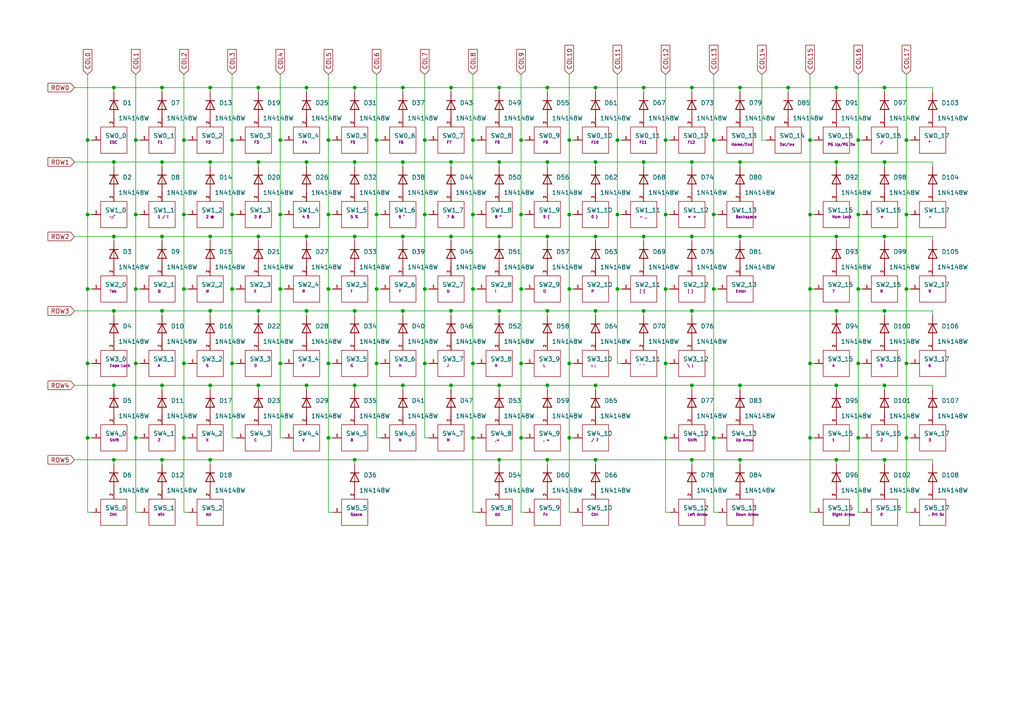
<source format=kicad_sch>
(kicad_sch (version 20230121) (generator eeschema)
  (paper "A4")
  (title_block (title "Switch Matrix"))
  (junction (at 234.95 83.82))
  (junction (at 193.04 40.64))
  (junction (at 46.99 133.35))
  (junction (at 165.1 127))
  (junction (at 172.72 133.35))
  (junction (at 123.19 62.23))
  (junction (at 200.66 46.99))
  (junction (at 165.1 62.23))
  (junction (at 151.13 83.82))
  (junction (at 53.34 105.41))
  (junction (at 116.84 111.76))
  (junction (at 67.31 105.41))
  (junction (at 74.93 46.99))
  (junction (at 158.75 90.17))
  (junction (at 53.34 62.23))
  (junction (at 172.72 46.99))
  (junction (at 130.81 90.17))
  (junction (at 33.02 68.58))
  (junction (at 248.92 40.64))
  (junction (at 234.95 40.64))
  (junction (at 248.92 83.82))
  (junction (at 200.66 90.17))
  (junction (at 81.28 105.41))
  (junction (at 144.78 25.4))
  (junction (at 193.04 105.41))
  (junction (at 53.34 127))
  (junction (at 200.66 111.76))
  (junction (at 123.19 40.64))
  (junction (at 74.93 25.4))
  (junction (at 109.22 105.41))
  (junction (at 158.75 25.4))
  (junction (at 207.01 127))
  (junction (at 172.72 68.58))
  (junction (at 151.13 105.41))
  (junction (at 102.87 68.58))
  (junction (at 256.54 68.58))
  (junction (at 137.16 62.23))
  (junction (at 95.25 62.23))
  (junction (at 256.54 46.99))
  (junction (at 33.02 46.99))
  (junction (at 242.57 25.4))
  (junction (at 102.87 111.76))
  (junction (at 158.75 68.58))
  (junction (at 248.92 127))
  (junction (at 33.02 90.17))
  (junction (at 33.02 111.76))
  (junction (at 39.37 62.23))
  (junction (at 74.93 111.76))
  (junction (at 262.89 40.64))
  (junction (at 60.96 25.4))
  (junction (at 123.19 83.82))
  (junction (at 67.31 83.82))
  (junction (at 95.25 83.82))
  (junction (at 95.25 40.64))
  (junction (at 200.66 68.58))
  (junction (at 88.9 90.17))
  (junction (at 248.92 105.41))
  (junction (at 60.96 68.58))
  (junction (at 256.54 133.35))
  (junction (at 172.72 90.17))
  (junction (at 158.75 133.35))
  (junction (at 172.72 111.76))
  (junction (at 214.63 68.58))
  (junction (at 130.81 68.58))
  (junction (at 39.37 83.82))
  (junction (at 144.78 111.76))
  (junction (at 214.63 46.99))
  (junction (at 151.13 62.23))
  (junction (at 116.84 46.99))
  (junction (at 25.4 62.23))
  (junction (at 193.04 83.82))
  (junction (at 74.93 68.58))
  (junction (at 200.66 25.4))
  (junction (at 109.22 40.64))
  (junction (at 102.87 90.17))
  (junction (at 67.31 40.64))
  (junction (at 179.07 83.82))
  (junction (at 102.87 46.99))
  (junction (at 228.6 25.4))
  (junction (at 67.31 62.23))
  (junction (at 25.4 127))
  (junction (at 179.07 62.23))
  (junction (at 81.28 62.23))
  (junction (at 39.37 40.64))
  (junction (at 214.63 133.35))
  (junction (at 262.89 127))
  (junction (at 116.84 68.58))
  (junction (at 207.01 62.23))
  (junction (at 242.57 133.35))
  (junction (at 88.9 46.99))
  (junction (at 214.63 111.76))
  (junction (at 179.07 40.64))
  (junction (at 116.84 90.17))
  (junction (at 137.16 105.41))
  (junction (at 39.37 127))
  (junction (at 144.78 46.99))
  (junction (at 144.78 90.17))
  (junction (at 60.96 111.76))
  (junction (at 186.69 68.58))
  (junction (at 256.54 25.4))
  (junction (at 151.13 127))
  (junction (at 123.19 105.41))
  (junction (at 33.02 25.4))
  (junction (at 88.9 25.4))
  (junction (at 25.4 83.82))
  (junction (at 109.22 83.82))
  (junction (at 262.89 83.82))
  (junction (at 81.28 83.82))
  (junction (at 234.95 105.41))
  (junction (at 130.81 111.76))
  (junction (at 172.72 25.4))
  (junction (at 88.9 111.76))
  (junction (at 234.95 127))
  (junction (at 193.04 62.23))
  (junction (at 116.84 25.4))
  (junction (at 137.16 127))
  (junction (at 74.93 90.17))
  (junction (at 158.75 111.76))
  (junction (at 137.16 40.64))
  (junction (at 46.99 111.76))
  (junction (at 158.75 46.99))
  (junction (at 46.99 25.4))
  (junction (at 242.57 46.99))
  (junction (at 165.1 40.64))
  (junction (at 60.96 90.17))
  (junction (at 130.81 46.99))
  (junction (at 109.22 62.23))
  (junction (at 248.92 62.23))
  (junction (at 33.02 133.35))
  (junction (at 256.54 90.17))
  (junction (at 200.66 133.35))
  (junction (at 130.81 25.4))
  (junction (at 46.99 90.17))
  (junction (at 242.57 90.17))
  (junction (at 151.13 40.64))
  (junction (at 53.34 40.64))
  (junction (at 186.69 46.99))
  (junction (at 102.87 133.35))
  (junction (at 81.28 40.64))
  (junction (at 88.9 68.58))
  (junction (at 144.78 68.58))
  (junction (at 186.69 90.17))
  (junction (at 234.95 62.23))
  (junction (at 95.25 127))
  (junction (at 102.87 25.4))
  (junction (at 242.57 111.76))
  (junction (at 193.04 127))
  (junction (at 256.54 111.76))
  (junction (at 165.1 83.82))
  (junction (at 25.4 40.64))
  (junction (at 46.99 68.58))
  (junction (at 242.57 68.58))
  (junction (at 95.25 105.41))
  (junction (at 262.89 105.41))
  (junction (at 25.4 105.41))
  (junction (at 165.1 105.41))
  (junction (at 186.69 25.4))
  (junction (at 60.96 46.99))
  (junction (at 144.78 133.35))
  (junction (at 53.34 83.82))
  (junction (at 60.96 133.35))
  (junction (at 214.63 25.4))
  (junction (at 262.89 62.23))
  (junction (at 207.01 40.64))
  (junction (at 137.16 83.82))
  (junction (at 39.37 105.41))
  (junction (at 207.01 83.82))
  (junction (at 46.99 46.99))
  (wire (pts (xy 193.04 105.41) (xy 194.31 105.41)))
  (wire (pts (xy 33.02 133.35) (xy 46.99 133.35)))
  (wire (pts (xy 88.9 90.17) (xy 102.87 90.17)))
  (wire (pts (xy 200.66 133.35) (xy 200.66 134.62)))
  (wire (pts (xy 116.84 46.99) (xy 130.81 46.99)))
  (wire (pts (xy 158.75 133.35) (xy 172.72 133.35)))
  (wire (pts (xy 21.59 25.4) (xy 33.02 25.4)))
  (wire (pts (xy 158.75 111.76) (xy 158.75 113.03)))
  (wire (pts (xy 234.95 83.82) (xy 234.95 105.41)))
  (wire (pts (xy 220.98 21.59) (xy 220.98 40.64)))
  (wire (pts (xy 81.28 83.82) (xy 81.28 105.41)))
  (wire (pts (xy 102.87 68.58) (xy 102.87 69.85)))
  (wire (pts (xy 88.9 46.99) (xy 102.87 46.99)))
  (wire (pts (xy 207.01 62.23) (xy 207.01 83.82)))
  (wire (pts (xy 214.63 111.76) (xy 242.57 111.76)))
  (wire (pts (xy 193.04 62.23) (xy 193.04 83.82)))
  (wire (pts (xy 109.22 105.41) (xy 109.22 127)))
  (wire (pts (xy 123.19 40.64) (xy 123.19 62.23)))
  (wire (pts (xy 248.92 40.64) (xy 248.92 62.23)))
  (wire (pts (xy 179.07 105.41) (xy 180.34 105.41)))
  (wire (pts (xy 67.31 62.23) (xy 67.31 83.82)))
  (wire (pts (xy 39.37 40.64) (xy 40.64 40.64)))
  (wire (pts (xy 67.31 40.64) (xy 67.31 62.23)))
  (wire (pts (xy 262.89 62.23) (xy 264.16 62.23)))
  (wire (pts (xy 33.02 46.99) (xy 46.99 46.99)))
  (wire (pts (xy 242.57 46.99) (xy 256.54 46.99)))
  (wire (pts (xy 81.28 105.41) (xy 82.55 105.41)))
  (wire (pts (xy 234.95 127) (xy 234.95 148.59)))
  (wire (pts (xy 186.69 68.58) (xy 200.66 68.58)))
  (wire (pts (xy 234.95 21.59) (xy 234.95 40.64)))
  (wire (pts (xy 116.84 68.58) (xy 130.81 68.58)))
  (wire (pts (xy 172.72 90.17) (xy 172.72 91.44)))
  (wire (pts (xy 116.84 90.17) (xy 130.81 90.17)))
  (wire (pts (xy 109.22 105.41) (xy 110.49 105.41)))
  (wire (pts (xy 25.4 83.82) (xy 26.67 83.82)))
  (wire (pts (xy 39.37 21.59) (xy 39.37 40.64)))
  (wire (pts (xy 165.1 40.64) (xy 166.37 40.64)))
  (wire (pts (xy 25.4 62.23) (xy 25.4 83.82)))
  (wire (pts (xy 130.81 25.4) (xy 130.81 26.67)))
  (wire (pts (xy 60.96 133.35) (xy 60.96 134.62)))
  (wire (pts (xy 74.93 111.76) (xy 88.9 111.76)))
  (wire (pts (xy 242.57 133.35) (xy 256.54 133.35)))
  (wire (pts (xy 144.78 25.4) (xy 144.78 26.67)))
  (wire (pts (xy 74.93 90.17) (xy 74.93 91.44)))
  (wire (pts (xy 33.02 133.35) (xy 33.02 134.62)))
  (wire (pts (xy 207.01 83.82) (xy 208.28 83.82)))
  (wire (pts (xy 179.07 40.64) (xy 180.34 40.64)))
  (wire (pts (xy 46.99 46.99) (xy 60.96 46.99)))
  (wire (pts (xy 193.04 21.59) (xy 193.04 40.64)))
  (wire (pts (xy 172.72 25.4) (xy 172.72 26.67)))
  (wire (pts (xy 262.89 127) (xy 264.16 127)))
  (wire (pts (xy 46.99 111.76) (xy 60.96 111.76)))
  (wire (pts (xy 123.19 83.82) (xy 123.19 105.41)))
  (wire (pts (xy 242.57 111.76) (xy 256.54 111.76)))
  (wire (pts (xy 158.75 133.35) (xy 158.75 134.62)))
  (wire (pts (xy 207.01 127) (xy 207.01 148.59)))
  (wire (pts (xy 130.81 90.17) (xy 144.78 90.17)))
  (wire (pts (xy 256.54 111.76) (xy 270.51 111.76)))
  (wire (pts (xy 151.13 127) (xy 151.13 148.59)))
  (wire (pts (xy 109.22 62.23) (xy 109.22 83.82)))
  (wire (pts (xy 214.63 133.35) (xy 214.63 134.62)))
  (wire (pts (xy 186.69 25.4) (xy 200.66 25.4)))
  (wire (pts (xy 88.9 68.58) (xy 102.87 68.58)))
  (wire (pts (xy 207.01 40.64) (xy 207.01 62.23)))
  (wire (pts (xy 242.57 25.4) (xy 256.54 25.4)))
  (wire (pts (xy 88.9 25.4) (xy 102.87 25.4)))
  (wire (pts (xy 186.69 90.17) (xy 186.69 91.44)))
  (wire (pts (xy 53.34 40.64) (xy 54.61 40.64)))
  (wire (pts (xy 151.13 148.59) (xy 152.4 148.59)))
  (wire (pts (xy 53.34 40.64) (xy 53.34 62.23)))
  (wire (pts (xy 53.34 127) (xy 53.34 148.59)))
  (wire (pts (xy 102.87 90.17) (xy 116.84 90.17)))
  (wire (pts (xy 60.96 133.35) (xy 102.87 133.35)))
  (wire (pts (xy 270.51 111.76) (xy 270.51 113.03)))
  (wire (pts (xy 95.25 62.23) (xy 95.25 83.82)))
  (wire (pts (xy 88.9 90.17) (xy 88.9 91.44)))
  (wire (pts (xy 109.22 62.23) (xy 110.49 62.23)))
  (wire (pts (xy 144.78 90.17) (xy 144.78 91.44)))
  (wire (pts (xy 109.22 40.64) (xy 110.49 40.64)))
  (wire (pts (xy 102.87 133.35) (xy 144.78 133.35)))
  (wire (pts (xy 262.89 40.64) (xy 264.16 40.64)))
  (wire (pts (xy 39.37 105.41) (xy 39.37 127)))
  (wire (pts (xy 53.34 127) (xy 54.61 127)))
  (wire (pts (xy 74.93 25.4) (xy 74.93 26.67)))
  (wire (pts (xy 242.57 90.17) (xy 256.54 90.17)))
  (wire (pts (xy 102.87 25.4) (xy 116.84 25.4)))
  (wire (pts (xy 25.4 62.23) (xy 26.67 62.23)))
  (wire (pts (xy 81.28 40.64) (xy 82.55 40.64)))
  (wire (pts (xy 39.37 105.41) (xy 40.64 105.41)))
  (wire (pts (xy 46.99 25.4) (xy 60.96 25.4)))
  (wire (pts (xy 200.66 68.58) (xy 214.63 68.58)))
  (wire (pts (xy 214.63 25.4) (xy 214.63 26.67)))
  (wire (pts (xy 248.92 127) (xy 248.92 148.59)))
  (wire (pts (xy 137.16 40.64) (xy 137.16 62.23)))
  (wire (pts (xy 81.28 62.23) (xy 82.55 62.23)))
  (wire (pts (xy 137.16 40.64) (xy 138.43 40.64)))
  (wire (pts (xy 193.04 62.23) (xy 194.31 62.23)))
  (wire (pts (xy 165.1 62.23) (xy 166.37 62.23)))
  (wire (pts (xy 46.99 111.76) (xy 46.99 113.03)))
  (wire (pts (xy 186.69 68.58) (xy 186.69 69.85)))
  (wire (pts (xy 172.72 25.4) (xy 186.69 25.4)))
  (wire (pts (xy 25.4 127) (xy 26.67 127)))
  (wire (pts (xy 242.57 68.58) (xy 242.57 69.85)))
  (wire (pts (xy 102.87 90.17) (xy 102.87 91.44)))
  (wire (pts (xy 172.72 133.35) (xy 200.66 133.35)))
  (wire (pts (xy 262.89 40.64) (xy 262.89 62.23)))
  (wire (pts (xy 186.69 90.17) (xy 200.66 90.17)))
  (wire (pts (xy 172.72 111.76) (xy 200.66 111.76)))
  (wire (pts (xy 33.02 68.58) (xy 46.99 68.58)))
  (wire (pts (xy 172.72 133.35) (xy 172.72 134.62)))
  (wire (pts (xy 95.25 21.59) (xy 95.25 40.64)))
  (wire (pts (xy 21.59 46.99) (xy 33.02 46.99)))
  (wire (pts (xy 262.89 148.59) (xy 264.16 148.59)))
  (wire (pts (xy 67.31 83.82) (xy 67.31 105.41)))
  (wire (pts (xy 270.51 68.58) (xy 270.51 69.85)))
  (wire (pts (xy 81.28 62.23) (xy 81.28 83.82)))
  (wire (pts (xy 151.13 40.64) (xy 152.4 40.64)))
  (wire (pts (xy 123.19 62.23) (xy 124.46 62.23)))
  (wire (pts (xy 256.54 111.76) (xy 256.54 113.03)))
  (wire (pts (xy 144.78 90.17) (xy 158.75 90.17)))
  (wire (pts (xy 220.98 40.64) (xy 222.25 40.64)))
  (wire (pts (xy 158.75 25.4) (xy 172.72 25.4)))
  (wire (pts (xy 144.78 25.4) (xy 158.75 25.4)))
  (wire (pts (xy 234.95 40.64) (xy 236.22 40.64)))
  (wire (pts (xy 248.92 62.23) (xy 250.19 62.23)))
  (wire (pts (xy 172.72 90.17) (xy 186.69 90.17)))
  (wire (pts (xy 67.31 105.41) (xy 67.31 127)))
  (wire (pts (xy 95.25 105.41) (xy 96.52 105.41)))
  (wire (pts (xy 256.54 133.35) (xy 256.54 134.62)))
  (wire (pts (xy 67.31 21.59) (xy 67.31 40.64)))
  (wire (pts (xy 234.95 62.23) (xy 234.95 83.82)))
  (wire (pts (xy 102.87 46.99) (xy 102.87 48.26)))
  (wire (pts (xy 53.34 105.41) (xy 54.61 105.41)))
  (wire (pts (xy 137.16 83.82) (xy 137.16 105.41)))
  (wire (pts (xy 123.19 105.41) (xy 124.46 105.41)))
  (wire (pts (xy 165.1 83.82) (xy 166.37 83.82)))
  (wire (pts (xy 234.95 127) (xy 236.22 127)))
  (wire (pts (xy 242.57 68.58) (xy 256.54 68.58)))
  (wire (pts (xy 46.99 90.17) (xy 46.99 91.44)))
  (wire (pts (xy 179.07 83.82) (xy 179.07 105.41)))
  (wire (pts (xy 109.22 21.59) (xy 109.22 40.64)))
  (wire (pts (xy 165.1 21.59) (xy 165.1 40.64)))
  (wire (pts (xy 144.78 133.35) (xy 144.78 134.62)))
  (wire (pts (xy 228.6 25.4) (xy 228.6 26.67)))
  (wire (pts (xy 172.72 68.58) (xy 172.72 69.85)))
  (wire (pts (xy 151.13 40.64) (xy 151.13 62.23)))
  (wire (pts (xy 95.25 40.64) (xy 96.52 40.64)))
  (wire (pts (xy 88.9 68.58) (xy 88.9 69.85)))
  (wire (pts (xy 228.6 25.4) (xy 242.57 25.4)))
  (wire (pts (xy 74.93 46.99) (xy 88.9 46.99)))
  (wire (pts (xy 179.07 83.82) (xy 180.34 83.82)))
  (wire (pts (xy 248.92 148.59) (xy 250.19 148.59)))
  (wire (pts (xy 144.78 46.99) (xy 144.78 48.26)))
  (wire (pts (xy 165.1 40.64) (xy 165.1 62.23)))
  (wire (pts (xy 144.78 111.76) (xy 158.75 111.76)))
  (wire (pts (xy 102.87 133.35) (xy 102.87 134.62)))
  (wire (pts (xy 248.92 21.59) (xy 248.92 40.64)))
  (wire (pts (xy 200.66 111.76) (xy 200.66 113.03)))
  (wire (pts (xy 116.84 46.99) (xy 116.84 48.26)))
  (wire (pts (xy 242.57 90.17) (xy 242.57 91.44)))
  (wire (pts (xy 109.22 127) (xy 110.49 127)))
  (wire (pts (xy 102.87 46.99) (xy 116.84 46.99)))
  (wire (pts (xy 262.89 127) (xy 262.89 148.59)))
  (wire (pts (xy 123.19 127) (xy 124.46 127)))
  (wire (pts (xy 214.63 111.76) (xy 214.63 113.03)))
  (wire (pts (xy 74.93 90.17) (xy 88.9 90.17)))
  (wire (pts (xy 74.93 25.4) (xy 88.9 25.4)))
  (wire (pts (xy 25.4 40.64) (xy 26.67 40.64)))
  (wire (pts (xy 144.78 68.58) (xy 144.78 69.85)))
  (wire (pts (xy 158.75 68.58) (xy 172.72 68.58)))
  (wire (pts (xy 39.37 127) (xy 40.64 127)))
  (wire (pts (xy 234.95 62.23) (xy 236.22 62.23)))
  (wire (pts (xy 151.13 83.82) (xy 152.4 83.82)))
  (wire (pts (xy 137.16 62.23) (xy 138.43 62.23)))
  (wire (pts (xy 193.04 127) (xy 193.04 148.59)))
  (wire (pts (xy 74.93 68.58) (xy 74.93 69.85)))
  (wire (pts (xy 262.89 105.41) (xy 264.16 105.41)))
  (wire (pts (xy 158.75 111.76) (xy 172.72 111.76)))
  (wire (pts (xy 67.31 127) (xy 68.58 127)))
  (wire (pts (xy 207.01 83.82) (xy 207.01 127)))
  (wire (pts (xy 109.22 83.82) (xy 110.49 83.82)))
  (wire (pts (xy 123.19 21.59) (xy 123.19 40.64)))
  (wire (pts (xy 151.13 62.23) (xy 151.13 83.82)))
  (wire (pts (xy 33.02 25.4) (xy 46.99 25.4)))
  (wire (pts (xy 116.84 25.4) (xy 116.84 26.67)))
  (wire (pts (xy 262.89 83.82) (xy 264.16 83.82)))
  (wire (pts (xy 53.34 83.82) (xy 53.34 105.41)))
  (wire (pts (xy 234.95 105.41) (xy 234.95 127)))
  (wire (pts (xy 21.59 90.17) (xy 33.02 90.17)))
  (wire (pts (xy 151.13 105.41) (xy 152.4 105.41)))
  (wire (pts (xy 53.34 62.23) (xy 53.34 83.82)))
  (wire (pts (xy 39.37 40.64) (xy 39.37 62.23)))
  (wire (pts (xy 46.99 25.4) (xy 46.99 26.67)))
  (wire (pts (xy 137.16 105.41) (xy 138.43 105.41)))
  (wire (pts (xy 200.66 90.17) (xy 242.57 90.17)))
  (wire (pts (xy 102.87 111.76) (xy 116.84 111.76)))
  (wire (pts (xy 95.25 148.59) (xy 96.52 148.59)))
  (wire (pts (xy 137.16 105.41) (xy 137.16 127)))
  (wire (pts (xy 186.69 25.4) (xy 186.69 26.67)))
  (wire (pts (xy 123.19 62.23) (xy 123.19 83.82)))
  (wire (pts (xy 179.07 62.23) (xy 179.07 83.82)))
  (wire (pts (xy 46.99 68.58) (xy 60.96 68.58)))
  (wire (pts (xy 102.87 111.76) (xy 102.87 113.03)))
  (wire (pts (xy 200.66 46.99) (xy 214.63 46.99)))
  (wire (pts (xy 248.92 62.23) (xy 248.92 83.82)))
  (wire (pts (xy 179.07 62.23) (xy 180.34 62.23)))
  (wire (pts (xy 88.9 111.76) (xy 88.9 113.03)))
  (wire (pts (xy 186.69 46.99) (xy 186.69 48.26)))
  (wire (pts (xy 165.1 105.41) (xy 165.1 127)))
  (wire (pts (xy 179.07 40.64) (xy 179.07 62.23)))
  (wire (pts (xy 81.28 21.59) (xy 81.28 40.64)))
  (wire (pts (xy 60.96 25.4) (xy 60.96 26.67)))
  (wire (pts (xy 165.1 83.82) (xy 165.1 105.41)))
  (wire (pts (xy 53.34 148.59) (xy 54.61 148.59)))
  (wire (pts (xy 158.75 25.4) (xy 158.75 26.67)))
  (wire (pts (xy 81.28 127) (xy 82.55 127)))
  (wire (pts (xy 234.95 105.41) (xy 236.22 105.41)))
  (wire (pts (xy 130.81 46.99) (xy 144.78 46.99)))
  (wire (pts (xy 46.99 133.35) (xy 60.96 133.35)))
  (wire (pts (xy 172.72 46.99) (xy 172.72 48.26)))
  (wire (pts (xy 81.28 83.82) (xy 82.55 83.82)))
  (wire (pts (xy 256.54 46.99) (xy 256.54 48.26)))
  (wire (pts (xy 25.4 148.59) (xy 26.67 148.59)))
  (wire (pts (xy 200.66 25.4) (xy 214.63 25.4)))
  (wire (pts (xy 116.84 111.76) (xy 116.84 113.03)))
  (wire (pts (xy 165.1 148.59) (xy 166.37 148.59)))
  (wire (pts (xy 53.34 62.23) (xy 54.61 62.23)))
  (wire (pts (xy 242.57 46.99) (xy 242.57 48.26)))
  (wire (pts (xy 207.01 62.23) (xy 208.28 62.23)))
  (wire (pts (xy 137.16 21.59) (xy 137.16 40.64)))
  (wire (pts (xy 234.95 40.64) (xy 234.95 62.23)))
  (wire (pts (xy 39.37 62.23) (xy 39.37 83.82)))
  (wire (pts (xy 109.22 40.64) (xy 109.22 62.23)))
  (wire (pts (xy 33.02 111.76) (xy 33.02 113.03)))
  (wire (pts (xy 158.75 46.99) (xy 158.75 48.26)))
  (wire (pts (xy 67.31 40.64) (xy 68.58 40.64)))
  (wire (pts (xy 116.84 25.4) (xy 130.81 25.4)))
  (wire (pts (xy 248.92 40.64) (xy 250.19 40.64)))
  (wire (pts (xy 151.13 105.41) (xy 151.13 127)))
  (wire (pts (xy 116.84 68.58) (xy 116.84 69.85)))
  (wire (pts (xy 137.16 62.23) (xy 137.16 83.82)))
  (wire (pts (xy 165.1 127) (xy 165.1 148.59)))
  (wire (pts (xy 165.1 105.41) (xy 166.37 105.41)))
  (wire (pts (xy 116.84 90.17) (xy 116.84 91.44)))
  (wire (pts (xy 248.92 83.82) (xy 248.92 105.41)))
  (wire (pts (xy 248.92 105.41) (xy 250.19 105.41)))
  (wire (pts (xy 60.96 111.76) (xy 60.96 113.03)))
  (wire (pts (xy 81.28 40.64) (xy 81.28 62.23)))
  (wire (pts (xy 256.54 90.17) (xy 270.51 90.17)))
  (wire (pts (xy 81.28 105.41) (xy 81.28 127)))
  (wire (pts (xy 270.51 25.4) (xy 270.51 26.67)))
  (wire (pts (xy 256.54 133.35) (xy 270.51 133.35)))
  (wire (pts (xy 130.81 68.58) (xy 144.78 68.58)))
  (wire (pts (xy 130.81 90.17) (xy 130.81 91.44)))
  (wire (pts (xy 21.59 111.76) (xy 33.02 111.76)))
  (wire (pts (xy 172.72 111.76) (xy 172.72 113.03)))
  (wire (pts (xy 25.4 83.82) (xy 25.4 105.41)))
  (wire (pts (xy 200.66 133.35) (xy 214.63 133.35)))
  (wire (pts (xy 207.01 40.64) (xy 208.28 40.64)))
  (wire (pts (xy 130.81 111.76) (xy 144.78 111.76)))
  (wire (pts (xy 21.59 68.58) (xy 33.02 68.58)))
  (wire (pts (xy 123.19 83.82) (xy 124.46 83.82)))
  (wire (pts (xy 214.63 46.99) (xy 242.57 46.99)))
  (wire (pts (xy 60.96 25.4) (xy 74.93 25.4)))
  (wire (pts (xy 60.96 68.58) (xy 60.96 69.85)))
  (wire (pts (xy 200.66 25.4) (xy 200.66 26.67)))
  (wire (pts (xy 116.84 111.76) (xy 130.81 111.76)))
  (wire (pts (xy 262.89 62.23) (xy 262.89 83.82)))
  (wire (pts (xy 33.02 111.76) (xy 46.99 111.76)))
  (wire (pts (xy 256.54 68.58) (xy 256.54 69.85)))
  (wire (pts (xy 130.81 46.99) (xy 130.81 48.26)))
  (wire (pts (xy 95.25 83.82) (xy 96.52 83.82)))
  (wire (pts (xy 234.95 148.59) (xy 236.22 148.59)))
  (wire (pts (xy 256.54 25.4) (xy 256.54 26.67)))
  (wire (pts (xy 151.13 21.59) (xy 151.13 40.64)))
  (wire (pts (xy 88.9 46.99) (xy 88.9 48.26)))
  (wire (pts (xy 60.96 111.76) (xy 74.93 111.76)))
  (wire (pts (xy 25.4 127) (xy 25.4 148.59)))
  (wire (pts (xy 137.16 148.59) (xy 138.43 148.59)))
  (wire (pts (xy 25.4 105.41) (xy 25.4 127)))
  (wire (pts (xy 33.02 25.4) (xy 33.02 26.67)))
  (wire (pts (xy 234.95 83.82) (xy 236.22 83.82)))
  (wire (pts (xy 242.57 133.35) (xy 242.57 134.62)))
  (wire (pts (xy 39.37 62.23) (xy 40.64 62.23)))
  (wire (pts (xy 123.19 40.64) (xy 124.46 40.64)))
  (wire (pts (xy 151.13 62.23) (xy 152.4 62.23)))
  (wire (pts (xy 200.66 68.58) (xy 200.66 69.85)))
  (wire (pts (xy 46.99 90.17) (xy 60.96 90.17)))
  (wire (pts (xy 193.04 40.64) (xy 193.04 62.23)))
  (wire (pts (xy 74.93 68.58) (xy 88.9 68.58)))
  (wire (pts (xy 193.04 127) (xy 194.31 127)))
  (wire (pts (xy 270.51 46.99) (xy 270.51 48.26)))
  (wire (pts (xy 256.54 46.99) (xy 270.51 46.99)))
  (wire (pts (xy 88.9 111.76) (xy 102.87 111.76)))
  (wire (pts (xy 130.81 68.58) (xy 130.81 69.85)))
  (wire (pts (xy 172.72 68.58) (xy 186.69 68.58)))
  (wire (pts (xy 39.37 148.59) (xy 40.64 148.59)))
  (wire (pts (xy 67.31 83.82) (xy 68.58 83.82)))
  (wire (pts (xy 151.13 83.82) (xy 151.13 105.41)))
  (wire (pts (xy 193.04 40.64) (xy 194.31 40.64)))
  (wire (pts (xy 95.25 127) (xy 95.25 148.59)))
  (wire (pts (xy 39.37 127) (xy 39.37 148.59)))
  (wire (pts (xy 60.96 46.99) (xy 60.96 48.26)))
  (wire (pts (xy 60.96 46.99) (xy 74.93 46.99)))
  (wire (pts (xy 95.25 62.23) (xy 96.52 62.23)))
  (wire (pts (xy 256.54 68.58) (xy 270.51 68.58)))
  (wire (pts (xy 144.78 68.58) (xy 158.75 68.58)))
  (wire (pts (xy 158.75 46.99) (xy 172.72 46.99)))
  (wire (pts (xy 53.34 105.41) (xy 53.34 127)))
  (wire (pts (xy 144.78 133.35) (xy 158.75 133.35)))
  (wire (pts (xy 193.04 83.82) (xy 194.31 83.82)))
  (wire (pts (xy 207.01 127) (xy 208.28 127)))
  (wire (pts (xy 144.78 111.76) (xy 144.78 113.03)))
  (wire (pts (xy 193.04 83.82) (xy 193.04 105.41)))
  (wire (pts (xy 165.1 127) (xy 166.37 127)))
  (wire (pts (xy 46.99 133.35) (xy 46.99 134.62)))
  (wire (pts (xy 53.34 83.82) (xy 54.61 83.82)))
  (wire (pts (xy 74.93 46.99) (xy 74.93 48.26)))
  (wire (pts (xy 137.16 127) (xy 138.43 127)))
  (wire (pts (xy 248.92 127) (xy 250.19 127)))
  (wire (pts (xy 242.57 111.76) (xy 242.57 113.03)))
  (wire (pts (xy 179.07 21.59) (xy 179.07 40.64)))
  (wire (pts (xy 33.02 46.99) (xy 33.02 48.26)))
  (wire (pts (xy 248.92 83.82) (xy 250.19 83.82)))
  (wire (pts (xy 102.87 68.58) (xy 116.84 68.58)))
  (wire (pts (xy 256.54 90.17) (xy 256.54 91.44)))
  (wire (pts (xy 151.13 127) (xy 152.4 127)))
  (wire (pts (xy 88.9 25.4) (xy 88.9 26.67)))
  (wire (pts (xy 123.19 105.41) (xy 123.19 127)))
  (wire (pts (xy 270.51 133.35) (xy 270.51 134.62)))
  (wire (pts (xy 67.31 105.41) (xy 68.58 105.41)))
  (wire (pts (xy 39.37 83.82) (xy 40.64 83.82)))
  (wire (pts (xy 130.81 25.4) (xy 144.78 25.4)))
  (wire (pts (xy 33.02 90.17) (xy 33.02 91.44)))
  (wire (pts (xy 214.63 133.35) (xy 242.57 133.35)))
  (wire (pts (xy 60.96 68.58) (xy 74.93 68.58)))
  (wire (pts (xy 262.89 83.82) (xy 262.89 105.41)))
  (wire (pts (xy 74.93 111.76) (xy 74.93 113.03)))
  (wire (pts (xy 256.54 25.4) (xy 270.51 25.4)))
  (wire (pts (xy 137.16 127) (xy 137.16 148.59)))
  (wire (pts (xy 158.75 68.58) (xy 158.75 69.85)))
  (wire (pts (xy 262.89 21.59) (xy 262.89 40.64)))
  (wire (pts (xy 95.25 127) (xy 96.52 127)))
  (wire (pts (xy 158.75 90.17) (xy 172.72 90.17)))
  (wire (pts (xy 207.01 148.59) (xy 208.28 148.59)))
  (wire (pts (xy 60.96 90.17) (xy 74.93 90.17)))
  (wire (pts (xy 102.87 25.4) (xy 102.87 26.67)))
  (wire (pts (xy 95.25 83.82) (xy 95.25 105.41)))
  (wire (pts (xy 200.66 90.17) (xy 200.66 91.44)))
  (wire (pts (xy 158.75 90.17) (xy 158.75 91.44)))
  (wire (pts (xy 193.04 105.41) (xy 193.04 127)))
  (wire (pts (xy 25.4 40.64) (xy 25.4 62.23)))
  (wire (pts (xy 95.25 105.41) (xy 95.25 127)))
  (wire (pts (xy 130.81 111.76) (xy 130.81 113.03)))
  (wire (pts (xy 200.66 111.76) (xy 214.63 111.76)))
  (wire (pts (xy 33.02 68.58) (xy 33.02 69.85)))
  (wire (pts (xy 214.63 25.4) (xy 228.6 25.4)))
  (wire (pts (xy 67.31 62.23) (xy 68.58 62.23)))
  (wire (pts (xy 46.99 68.58) (xy 46.99 69.85)))
  (wire (pts (xy 144.78 46.99) (xy 158.75 46.99)))
  (wire (pts (xy 242.57 25.4) (xy 242.57 26.67)))
  (wire (pts (xy 39.37 83.82) (xy 39.37 105.41)))
  (wire (pts (xy 33.02 90.17) (xy 46.99 90.17)))
  (wire (pts (xy 214.63 68.58) (xy 242.57 68.58)))
  (wire (pts (xy 165.1 62.23) (xy 165.1 83.82)))
  (wire (pts (xy 137.16 83.82) (xy 138.43 83.82)))
  (wire (pts (xy 109.22 83.82) (xy 109.22 105.41)))
  (wire (pts (xy 172.72 46.99) (xy 186.69 46.99)))
  (wire (pts (xy 25.4 105.41) (xy 26.67 105.41)))
  (wire (pts (xy 200.66 46.99) (xy 200.66 48.26)))
  (wire (pts (xy 25.4 21.59) (xy 25.4 40.64)))
  (wire (pts (xy 262.89 105.41) (xy 262.89 127)))
  (wire (pts (xy 214.63 46.99) (xy 214.63 48.26)))
  (wire (pts (xy 270.51 90.17) (xy 270.51 91.44)))
  (wire (pts (xy 53.34 21.59) (xy 53.34 40.64)))
  (wire (pts (xy 186.69 46.99) (xy 200.66 46.99)))
  (wire (pts (xy 207.01 21.59) (xy 207.01 40.64)))
  (wire (pts (xy 46.99 46.99) (xy 46.99 48.26)))
  (wire (pts (xy 214.63 68.58) (xy 214.63 69.85)))
  (wire (pts (xy 193.04 148.59) (xy 194.31 148.59)))
  (wire (pts (xy 248.92 105.41) (xy 248.92 127)))
  (wire (pts (xy 60.96 90.17) (xy 60.96 91.44)))
  (wire (pts (xy 21.59 133.35) (xy 33.02 133.35)))
  (wire (pts (xy 95.25 40.64) (xy 95.25 62.23)))
  (global_label "ROW0" (shape input) (at 21.59 25.4 180) (property "Intersheetrefs" "${INTERSHEET_REFS}" (effects hide)))
  (global_label "COL7" (shape input) (at 123.19 21.59 90) (property "Intersheetrefs" "${INTERSHEET_REFS}" (effects hide)))
  (global_label "COL4" (shape input) (at 81.28 21.59 90) (property "Intersheetrefs" "${INTERSHEET_REFS}" (effects hide)))
  (global_label "COL12" (shape input) (at 193.04 21.59 90) (property "Intersheetrefs" "${INTERSHEET_REFS}" (effects hide)))
  (global_label "COL9" (shape input) (at 151.13 21.59 90) (property "Intersheetrefs" "${INTERSHEET_REFS}" (effects hide)))
  (global_label "ROW5" (shape input) (at 21.59 133.35 180) (property "Intersheetrefs" "${INTERSHEET_REFS}" (effects hide)))
  (global_label "COL14" (shape input) (at 220.98 21.59 90) (property "Intersheetrefs" "${INTERSHEET_REFS}" (effects hide)))
  (global_label "COL5" (shape input) (at 95.25 21.59 90) (property "Intersheetrefs" "${INTERSHEET_REFS}" (effects hide)))
  (global_label "COL10" (shape input) (at 165.1 21.59 90) (property "Intersheetrefs" "${INTERSHEET_REFS}" (effects hide)))
  (global_label "COL2" (shape input) (at 53.34 21.59 90) (property "Intersheetrefs" "${INTERSHEET_REFS}" (effects hide)))
  (global_label "COL0" (shape input) (at 25.4 21.59 90) (property "Intersheetrefs" "${INTERSHEET_REFS}" (effects hide)))
  (global_label "COL13" (shape input) (at 207.01 21.59 90) (property "Intersheetrefs" "${INTERSHEET_REFS}" (effects hide)))
  (global_label "COL3" (shape input) (at 67.31 21.59 90) (property "Intersheetrefs" "${INTERSHEET_REFS}" (effects hide)))
  (global_label "ROW1" (shape input) (at 21.59 46.99 180) (property "Intersheetrefs" "${INTERSHEET_REFS}" (effects hide)))
  (global_label "ROW4" (shape input) (at 21.59 111.76 180) (property "Intersheetrefs" "${INTERSHEET_REFS}" (effects hide)))
  (global_label "COL8" (shape input) (at 137.16 21.59 90) (property "Intersheetrefs" "${INTERSHEET_REFS}" (effects hide)))
  (global_label "COL6" (shape input) (at 109.22 21.59 90) (property "Intersheetrefs" "${INTERSHEET_REFS}" (effects hide)))
  (global_label "COL15" (shape input) (at 234.95 21.59 90) (property "Intersheetrefs" "${INTERSHEET_REFS}" (effects hide)))
  (global_label "COL17" (shape input) (at 262.89 21.59 90) (property "Intersheetrefs" "${INTERSHEET_REFS}" (effects hide)))
  (global_label "ROW3" (shape input) (at 21.59 90.17 180) (property "Intersheetrefs" "${INTERSHEET_REFS}" (effects hide)))
  (global_label "COL16" (shape input) (at 248.92 21.59 90) (property "Intersheetrefs" "${INTERSHEET_REFS}" (effects hide)))
  (global_label "COL1" (shape input) (at 39.37 21.59 90) (property "Intersheetrefs" "${INTERSHEET_REFS}" (effects hide)))
  (global_label "ROW2" (shape input) (at 21.59 68.58 180) (property "Intersheetrefs" "${INTERSHEET_REFS}" (effects hide)))
  (global_label "COL11" (shape input) (at 179.07 21.59 90) (property "Intersheetrefs" "${INTERSHEET_REFS}" (effects hide)))
  (symbol (lib_id "acheron_Symbols:Mechanical_Switch") (at 172.72 40.64 0) (unit 1)
    (property "Reference" "SW0_10" (at 170.18 39.37 0) (effects (justify left)))
    (property "Value" "Mechanical_Switch" (effects hide))
    (property "Keycode" "F10" (at 171.45 41.275 0) (effects (font (size 0.762 0.762)) (justify left)))
  )
  (symbol (lib_id "Diode:1N4148W") (at 214.63 138.43 270) (unit 1)
    (property "Reference" "D84" (at 217.17 137.795 90) (effects (justify left)))
    (property "Value" "1N4148W" (at 215.9 142.24 90) (effects (justify left)))
    (property "Footprint" "Diode_SMD:D_SOD-123" (effects hide))
    (property "Datasheet" "https://www.vishay.com/docs/85748/1n4148w.pdf" (effects hide))
    (property "Sim.Device" "D" (effects hide))
    (property "Sim.Pins" "1=K 2=A" (effects hide))
  )
  (symbol (lib_id "acheron_Symbols:Mechanical_Switch") (at 116.84 105.41 0) (unit 1)
    (property "Reference" "SW3_6" (at 114.3 104.14 0) (effects (justify left)))
    (property "Value" "Mechanical_Switch" (effects hide))
    (property "Keycode" "H" (at 115.57 106.045 0) (effects (font (size 0.762 0.762)) (justify left)))
  )
  (symbol (lib_id "Diode:1N4148W") (at 256.54 73.66 270) (unit 1)
    (property "Reference" "D99" (at 259.08 73.025 90) (effects (justify left)))
    (property "Value" "1N4148W" (at 257.81 77.47 90) (effects (justify left)))
    (property "Footprint" "Diode_SMD:D_SOD-123" (effects hide))
    (property "Datasheet" "https://www.vishay.com/docs/85748/1n4148w.pdf" (effects hide))
    (property "Sim.Device" "D" (effects hide))
    (property "Sim.Pins" "1=K 2=A" (effects hide))
  )
  (symbol (lib_id "Diode:1N4148W") (at 102.87 52.07 270) (unit 1)
    (property "Reference" "D32" (at 105.41 51.435 90) (effects (justify left)))
    (property "Value" "1N4148W" (at 104.14 55.88 90) (effects (justify left)))
    (property "Footprint" "Diode_SMD:D_SOD-123" (effects hide))
    (property "Datasheet" "https://www.vishay.com/docs/85748/1n4148w.pdf" (effects hide))
    (property "Sim.Device" "D" (effects hide))
    (property "Sim.Pins" "1=K 2=A" (effects hide))
  )
  (symbol (lib_id "acheron_Symbols:Mechanical_Switch") (at 144.78 105.41 0) (unit 1)
    (property "Reference" "SW3_8" (at 142.24 104.14 0) (effects (justify left)))
    (property "Value" "Mechanical_Switch" (effects hide))
    (property "Keycode" "K" (at 143.51 106.045 0) (effects (font (size 0.762 0.762)) (justify left)))
  )
  (symbol (lib_id "Diode:1N4148W") (at 33.02 95.25 270) (unit 1)
    (property "Reference" "D4" (at 35.56 94.615 90) (effects (justify left)))
    (property "Value" "1N4148W" (at 34.29 99.06 90) (effects (justify left)))
    (property "Footprint" "Diode_SMD:D_SOD-123" (effects hide))
    (property "Datasheet" "https://www.vishay.com/docs/85748/1n4148w.pdf" (effects hide))
    (property "Sim.Device" "D" (effects hide))
    (property "Sim.Pins" "1=K 2=A" (effects hide))
  )
  (symbol (lib_id "Diode:1N4148W") (at 46.99 30.48 270) (unit 1)
    (property "Reference" "D7" (at 49.53 29.845 90) (effects (justify left)))
    (property "Value" "1N4148W" (at 48.26 34.29 90) (effects (justify left)))
    (property "Footprint" "Diode_SMD:D_SOD-123" (effects hide))
    (property "Datasheet" "https://www.vishay.com/docs/85748/1n4148w.pdf" (effects hide))
    (property "Sim.Device" "D" (effects hide))
    (property "Sim.Pins" "1=K 2=A" (effects hide))
  )
  (symbol (lib_id "acheron_Symbols:Mechanical_Switch") (at 88.9 83.82 0) (unit 1)
    (property "Reference" "SW2_4" (at 86.36 82.55 0) (effects (justify left)))
    (property "Value" "Mechanical_Switch" (effects hide))
    (property "Keycode" "R" (at 87.63 84.455 0) (effects (font (size 0.762 0.762)) (justify left)))
  )
  (symbol (lib_id "Diode:1N4148W") (at 158.75 138.43 270) (unit 1)
    (property "Reference" "D60" (at 161.29 137.795 90) (effects (justify left)))
    (property "Value" "1N4148W" (at 160.02 142.24 90) (effects (justify left)))
    (property "Footprint" "Diode_SMD:D_SOD-123" (effects hide))
    (property "Datasheet" "https://www.vishay.com/docs/85748/1n4148w.pdf" (effects hide))
    (property "Sim.Device" "D" (effects hide))
    (property "Sim.Pins" "1=K 2=A" (effects hide))
  )
  (symbol (lib_id "Diode:1N4148W") (at 256.54 52.07 270) (unit 1)
    (property "Reference" "D98" (at 259.08 51.435 90) (effects (justify left)))
    (property "Value" "1N4148W" (at 257.81 55.88 90) (effects (justify left)))
    (property "Footprint" "Diode_SMD:D_SOD-123" (effects hide))
    (property "Datasheet" "https://www.vishay.com/docs/85748/1n4148w.pdf" (effects hide))
    (property "Sim.Device" "D" (effects hide))
    (property "Sim.Pins" "1=K 2=A" (effects hide))
  )
  (symbol (lib_id "Diode:1N4148W") (at 242.57 52.07 270) (unit 1)
    (property "Reference" "D92" (at 245.11 51.435 90) (effects (justify left)))
    (property "Value" "1N4148W" (at 243.84 55.88 90) (effects (justify left)))
    (property "Footprint" "Diode_SMD:D_SOD-123" (effects hide))
    (property "Datasheet" "https://www.vishay.com/docs/85748/1n4148w.pdf" (effects hide))
    (property "Sim.Device" "D" (effects hide))
    (property "Sim.Pins" "1=K 2=A" (effects hide))
  )
  (symbol (lib_id "acheron_Symbols:Mechanical_Switch") (at 200.66 105.41 0) (unit 1)
    (property "Reference" "SW3_12" (at 198.12 104.14 0) (effects (justify left)))
    (property "Value" "Mechanical_Switch" (effects hide))
    (property "Keycode" "\\ |" (at 199.39 106.045 0) (effects (font (size 0.762 0.762)) (justify left)))
  )
  (symbol (lib_id "acheron_Symbols:Mechanical_Switch") (at 46.99 62.23 0) (unit 1)
    (property "Reference" "SW1_1" (at 44.45 60.96 0) (effects (justify left)))
    (property "Value" "Mechanical_Switch" (effects hide))
    (property "Keycode" "1 / !" (at 45.72 62.865 0) (effects (font (size 0.762 0.762)) (justify left)))
  )
  (symbol (lib_id "Diode:1N4148W") (at 88.9 73.66 270) (unit 1)
    (property "Reference" "D27" (at 91.44 73.025 90) (effects (justify left)))
    (property "Value" "1N4148W" (at 90.17 77.47 90) (effects (justify left)))
    (property "Footprint" "Diode_SMD:D_SOD-123" (effects hide))
    (property "Datasheet" "https://www.vishay.com/docs/85748/1n4148w.pdf" (effects hide))
    (property "Sim.Device" "D" (effects hide))
    (property "Sim.Pins" "1=K 2=A" (effects hide))
  )
  (symbol (lib_id "Diode:1N4148W") (at 144.78 95.25 270) (unit 1)
    (property "Reference" "D52" (at 147.32 94.615 90) (effects (justify left)))
    (property "Value" "1N4148W" (at 146.05 99.06 90) (effects (justify left)))
    (property "Footprint" "Diode_SMD:D_SOD-123" (effects hide))
    (property "Datasheet" "https://www.vishay.com/docs/85748/1n4148w.pdf" (effects hide))
    (property "Sim.Device" "D" (effects hide))
    (property "Sim.Pins" "1=K 2=A" (effects hide))
  )
  (symbol (lib_id "Diode:1N4148W") (at 172.72 138.43 270) (unit 1)
    (property "Reference" "D66" (at 175.26 137.795 90) (effects (justify left)))
    (property "Value" "1N4148W" (at 173.99 142.24 90) (effects (justify left)))
    (property "Footprint" "Diode_SMD:D_SOD-123" (effects hide))
    (property "Datasheet" "https://www.vishay.com/docs/85748/1n4148w.pdf" (effects hide))
    (property "Sim.Device" "D" (effects hide))
    (property "Sim.Pins" "1=K 2=A" (effects hide))
  )
  (symbol (lib_id "Diode:1N4148W") (at 144.78 52.07 270) (unit 1)
    (property "Reference" "D50" (at 147.32 51.435 90) (effects (justify left)))
    (property "Value" "1N4148W" (at 146.05 55.88 90) (effects (justify left)))
    (property "Footprint" "Diode_SMD:D_SOD-123" (effects hide))
    (property "Datasheet" "https://www.vishay.com/docs/85748/1n4148w.pdf" (effects hide))
    (property "Sim.Device" "D" (effects hide))
    (property "Sim.Pins" "1=K 2=A" (effects hide))
  )
  (symbol (lib_id "acheron_Symbols:Mechanical_Switch") (at 60.96 62.23 0) (unit 1)
    (property "Reference" "SW1_2" (at 58.42 60.96 0) (effects (justify left)))
    (property "Value" "Mechanical_Switch" (effects hide))
    (property "Keycode" "2 @" (at 59.69 62.865 0) (effects (font (size 0.762 0.762)) (justify left)))
  )
  (symbol (lib_id "Diode:1N4148W") (at 158.75 73.66 270) (unit 1)
    (property "Reference" "D57" (at 161.29 73.025 90) (effects (justify left)))
    (property "Value" "1N4148W" (at 160.02 77.47 90) (effects (justify left)))
    (property "Footprint" "Diode_SMD:D_SOD-123" (effects hide))
    (property "Datasheet" "https://www.vishay.com/docs/85748/1n4148w.pdf" (effects hide))
    (property "Sim.Device" "D" (effects hide))
    (property "Sim.Pins" "1=K 2=A" (effects hide))
  )
  (symbol (lib_id "Diode:1N4148W") (at 102.87 95.25 270) (unit 1)
    (property "Reference" "D34" (at 105.41 94.615 90) (effects (justify left)))
    (property "Value" "1N4148W" (at 104.14 99.06 90) (effects (justify left)))
    (property "Footprint" "Diode_SMD:D_SOD-123" (effects hide))
    (property "Datasheet" "https://www.vishay.com/docs/85748/1n4148w.pdf" (effects hide))
    (property "Sim.Device" "D" (effects hide))
    (property "Sim.Pins" "1=K 2=A" (effects hide))
  )
  (symbol (lib_id "acheron_Symbols:Mechanical_Switch") (at 130.81 40.64 0) (unit 1)
    (property "Reference" "SW0_7" (at 128.27 39.37 0) (effects (justify left)))
    (property "Value" "Mechanical_Switch" (effects hide))
    (property "Keycode" "F7" (at 129.54 41.275 0) (effects (font (size 0.762 0.762)) (justify left)))
  )
  (symbol (lib_id "Diode:1N4148W") (at 144.78 116.84 270) (unit 1)
    (property "Reference" "D53" (at 147.32 116.205 90) (effects (justify left)))
    (property "Value" "1N4148W" (at 146.05 120.65 90) (effects (justify left)))
    (property "Footprint" "Diode_SMD:D_SOD-123" (effects hide))
    (property "Datasheet" "https://www.vishay.com/docs/85748/1n4148w.pdf" (effects hide))
    (property "Sim.Device" "D" (effects hide))
    (property "Sim.Pins" "1=K 2=A" (effects hide))
  )
  (symbol (lib_id "acheron_Symbols:Mechanical_Switch") (at 33.02 148.59 0) (unit 1)
    (property "Reference" "SW5_0" (at 30.48 147.32 0) (effects (justify left)))
    (property "Value" "Mechanical_Switch" (effects hide))
    (property "Keycode" "Ctrl" (at 31.75 149.225 0) (effects (font (size 0.762 0.762)) (justify left)))
  )
  (symbol (lib_id "acheron_Symbols:Mechanical_Switch") (at 33.02 83.82 0) (unit 1)
    (property "Reference" "SW2_0" (at 30.48 82.55 0) (effects (justify left)))
    (property "Value" "Mechanical_Switch" (effects hide))
    (property "Keycode" "Tab" (at 31.75 84.455 0) (effects (font (size 0.762 0.762)) (justify left)))
  )
  (symbol (lib_id "acheron_Symbols:Mechanical_Switch") (at 158.75 127 0) (unit 1)
    (property "Reference" "SW4_9" (at 156.21 125.73 0) (effects (justify left)))
    (property "Value" "Mechanical_Switch" (effects hide))
    (property "Keycode" ". >" (at 157.48 127.635 0) (effects (font (size 0.762 0.762)) (justify left)))
  )
  (symbol (lib_id "acheron_Symbols:Mechanical_Switch") (at 200.66 40.64 0) (unit 1)
    (property "Reference" "SW0_12" (at 198.12 39.37 0) (effects (justify left)))
    (property "Value" "Mechanical_Switch" (effects hide))
    (property "Keycode" "F12" (at 199.39 41.275 0) (effects (font (size 0.762 0.762)) (justify left)))
  )
  (symbol (lib_id "Diode:1N4148W") (at 242.57 73.66 270) (unit 1)
    (property "Reference" "D93" (at 245.11 73.025 90) (effects (justify left)))
    (property "Value" "1N4148W" (at 243.84 77.47 90) (effects (justify left)))
    (property "Footprint" "Diode_SMD:D_SOD-123" (effects hide))
    (property "Datasheet" "https://www.vishay.com/docs/85748/1n4148w.pdf" (effects hide))
    (property "Sim.Device" "D" (effects hide))
    (property "Sim.Pins" "1=K 2=A" (effects hide))
  )
  (symbol (lib_id "acheron_Symbols:Mechanical_Switch") (at 256.54 127 0) (unit 1)
    (property "Reference" "SW4_16" (at 254 125.73 0) (effects (justify left)))
    (property "Value" "Mechanical_Switch" (effects hide))
    (property "Keycode" "2" (at 255.27 127.635 0) (effects (font (size 0.762 0.762)) (justify left)))
  )
  (symbol (lib_id "Diode:1N4148W") (at 200.66 138.43 270) (unit 1)
    (property "Reference" "D78" (at 203.2 137.795 90) (effects (justify left)))
    (property "Value" "1N4148W" (at 201.93 142.24 90) (effects (justify left)))
    (property "Footprint" "Diode_SMD:D_SOD-123" (effects hide))
    (property "Datasheet" "https://www.vishay.com/docs/85748/1n4148w.pdf" (effects hide))
    (property "Sim.Device" "D" (effects hide))
    (property "Sim.Pins" "1=K 2=A" (effects hide))
  )
  (symbol (lib_id "acheron_Symbols:Mechanical_Switch") (at 242.57 127 0) (unit 1)
    (property "Reference" "SW4_15" (at 240.03 125.73 0) (effects (justify left)))
    (property "Value" "Mechanical_Switch" (effects hide))
    (property "Keycode" "1" (at 241.3 127.635 0) (effects (font (size 0.762 0.762)) (justify left)))
  )
  (symbol (lib_id "Diode:1N4148W") (at 200.66 116.84 270) (unit 1)
    (property "Reference" "D77" (at 203.2 116.205 90) (effects (justify left)))
    (property "Value" "1N4148W" (at 201.93 120.65 90) (effects (justify left)))
    (property "Footprint" "Diode_SMD:D_SOD-123" (effects hide))
    (property "Datasheet" "https://www.vishay.com/docs/85748/1n4148w.pdf" (effects hide))
    (property "Sim.Device" "D" (effects hide))
    (property "Sim.Pins" "1=K 2=A" (effects hide))
  )
  (symbol (lib_id "Diode:1N4148W") (at 186.69 52.07 270) (unit 1)
    (property "Reference" "D68" (at 189.23 51.435 90) (effects (justify left)))
    (property "Value" "1N4148W" (at 187.96 55.88 90) (effects (justify left)))
    (property "Footprint" "Diode_SMD:D_SOD-123" (effects hide))
    (property "Datasheet" "https://www.vishay.com/docs/85748/1n4148w.pdf" (effects hide))
    (property "Sim.Device" "D" (effects hide))
    (property "Sim.Pins" "1=K 2=A" (effects hide))
  )
  (symbol (lib_id "Diode:1N4148W") (at 88.9 95.25 270) (unit 1)
    (property "Reference" "D28" (at 91.44 94.615 90) (effects (justify left)))
    (property "Value" "1N4148W" (at 90.17 99.06 90) (effects (justify left)))
    (property "Footprint" "Diode_SMD:D_SOD-123" (effects hide))
    (property "Datasheet" "https://www.vishay.com/docs/85748/1n4148w.pdf" (effects hide))
    (property "Sim.Device" "D" (effects hide))
    (property "Sim.Pins" "1=K 2=A" (effects hide))
  )
  (symbol (lib_id "Diode:1N4148W") (at 88.9 30.48 270) (unit 1)
    (property "Reference" "D25" (at 91.44 29.845 90) (effects (justify left)))
    (property "Value" "1N4148W" (at 90.17 34.29 90) (effects (justify left)))
    (property "Footprint" "Diode_SMD:D_SOD-123" (effects hide))
    (property "Datasheet" "https://www.vishay.com/docs/85748/1n4148w.pdf" (effects hide))
    (property "Sim.Device" "D" (effects hide))
    (property "Sim.Pins" "1=K 2=A" (effects hide))
  )
  (symbol (lib_id "acheron_Symbols:Mechanical_Switch") (at 158.75 105.41 0) (unit 1)
    (property "Reference" "SW3_9" (at 156.21 104.14 0) (effects (justify left)))
    (property "Value" "Mechanical_Switch" (effects hide))
    (property "Keycode" "L" (at 157.48 106.045 0) (effects (font (size 0.762 0.762)) (justify left)))
  )
  (symbol (lib_id "acheron_Symbols:Mechanical_Switch") (at 214.63 62.23 0) (unit 1)
    (property "Reference" "SW1_13" (at 212.09 60.96 0) (effects (justify left)))
    (property "Value" "Mechanical_Switch" (effects hide))
    (property "Keycode" "Backspace" (at 213.36 62.865 0) (effects (font (size 0.762 0.762)) (justify left)))
  )
  (symbol (lib_id "acheron_Symbols:Mechanical_Switch") (at 88.9 105.41 0) (unit 1)
    (property "Reference" "SW3_4" (at 86.36 104.14 0) (effects (justify left)))
    (property "Value" "Mechanical_Switch" (effects hide))
    (property "Keycode" "F" (at 87.63 106.045 0) (effects (font (size 0.762 0.762)) (justify left)))
  )
  (symbol (lib_id "Diode:1N4148W") (at 60.96 52.07 270) (unit 1)
    (property "Reference" "D14" (at 63.5 51.435 90) (effects (justify left)))
    (property "Value" "1N4148W" (at 62.23 55.88 90) (effects (justify left)))
    (property "Footprint" "Diode_SMD:D_SOD-123" (effects hide))
    (property "Datasheet" "https://www.vishay.com/docs/85748/1n4148w.pdf" (effects hide))
    (property "Sim.Device" "D" (effects hide))
    (property "Sim.Pins" "1=K 2=A" (effects hide))
  )
  (symbol (lib_id "Diode:1N4148W") (at 200.66 52.07 270) (unit 1)
    (property "Reference" "D74" (at 203.2 51.435 90) (effects (justify left)))
    (property "Value" "1N4148W" (at 201.93 55.88 90) (effects (justify left)))
    (property "Footprint" "Diode_SMD:D_SOD-123" (effects hide))
    (property "Datasheet" "https://www.vishay.com/docs/85748/1n4148w.pdf" (effects hide))
    (property "Sim.Device" "D" (effects hide))
    (property "Sim.Pins" "1=K 2=A" (effects hide))
  )
  (symbol (lib_id "acheron_Symbols:Mechanical_Switch") (at 214.63 127 0) (unit 1)
    (property "Reference" "SW4_13" (at 212.09 125.73 0) (effects (justify left)))
    (property "Value" "Mechanical_Switch" (effects hide))
    (property "Keycode" "Up Arrow" (at 213.36 127.635 0) (effects (font (size 0.762 0.762)) (justify left)))
  )
  (symbol (lib_id "acheron_Symbols:Mechanical_Switch") (at 172.72 148.59 0) (unit 1)
    (property "Reference" "SW5_10" (at 170.18 147.32 0) (effects (justify left)))
    (property "Value" "Mechanical_Switch" (effects hide))
    (property "Keycode" "Ctrl" (at 171.45 149.225 0) (effects (font (size 0.762 0.762)) (justify left)))
  )
  (symbol (lib_id "acheron_Symbols:Mechanical_Switch") (at 214.63 40.64 0) (unit 1)
    (property "Reference" "SW0_13" (at 212.09 39.37 0) (effects (justify left)))
    (property "Value" "Mechanical_Switch" (effects hide))
    (property "Keycode" "Home/End" (at 212.09 41.91 0) (effects (font (size 0.762 0.762)) (justify left)))
  )
  (symbol (lib_id "Diode:1N4148W") (at 214.63 52.07 270) (unit 1)
    (property "Reference" "D80" (at 217.17 51.435 90) (effects (justify left)))
    (property "Value" "1N4148W" (at 215.9 55.88 90) (effects (justify left)))
    (property "Footprint" "Diode_SMD:D_SOD-123" (effects hide))
    (property "Datasheet" "https://www.vishay.com/docs/85748/1n4148w.pdf" (effects hide))
    (property "Sim.Device" "D" (effects hide))
    (property "Sim.Pins" "1=K 2=A" (effects hide))
  )
  (symbol (lib_id "acheron_Symbols:Mechanical_Switch") (at 256.54 83.82 0) (unit 1)
    (property "Reference" "SW2_16" (at 254 82.55 0) (effects (justify left)))
    (property "Value" "Mechanical_Switch" (effects hide))
    (property "Keycode" "8" (at 255.27 84.455 0) (effects (font (size 0.762 0.762)) (justify left)))
  )
  (symbol (lib_id "Diode:1N4148W") (at 130.81 52.07 270) (unit 1)
    (property "Reference" "D44" (at 133.35 51.435 90) (effects (justify left)))
    (property "Value" "1N4148W" (at 132.08 55.88 90) (effects (justify left)))
    (property "Footprint" "Diode_SMD:D_SOD-123" (effects hide))
    (property "Datasheet" "https://www.vishay.com/docs/85748/1n4148w.pdf" (effects hide))
    (property "Sim.Device" "D" (effects hide))
    (property "Sim.Pins" "1=K 2=A" (effects hide))
  )
  (symbol (lib_id "acheron_Symbols:Mechanical_Switch") (at 200.66 148.59 0) (unit 1)
    (property "Reference" "SW5_12" (at 198.12 147.32 0) (effects (justify left)))
    (property "Value" "Mechanical_Switch" (effects hide))
    (property "Keycode" "Left Arrow" (at 199.39 149.225 0) (effects (font (size 0.762 0.762)) (justify left)))
  )
  (symbol (lib_id "Diode:1N4148W") (at 256.54 116.84 270) (unit 1)
    (property "Reference" "D101" (at 259.08 116.205 90) (effects (justify left)))
    (property "Value" "1N4148W" (at 257.81 120.65 90) (effects (justify left)))
    (property "Footprint" "Diode_SMD:D_SOD-123" (effects hide))
    (property "Datasheet" "https://www.vishay.com/docs/85748/1n4148w.pdf" (effects hide))
    (property "Sim.Device" "D" (effects hide))
    (property "Sim.Pins" "1=K 2=A" (effects hide))
  )
  (symbol (lib_id "Diode:1N4148W") (at 270.51 116.84 270) (unit 1)
    (property "Reference" "D107" (at 273.05 116.205 90) (effects (justify left)))
    (property "Value" "1N4148W" (at 271.78 120.65 90) (effects (justify left)))
    (property "Footprint" "Diode_SMD:D_SOD-123" (effects hide))
    (property "Datasheet" "https://www.vishay.com/docs/85748/1n4148w.pdf" (effects hide))
    (property "Sim.Device" "D" (effects hide))
    (property "Sim.Pins" "1=K 2=A" (effects hide))
  )
  (symbol (lib_id "Diode:1N4148W") (at 33.02 116.84 270) (unit 1)
    (property "Reference" "D5" (at 35.56 116.205 90) (effects (justify left)))
    (property "Value" "1N4148W" (at 34.29 120.65 90) (effects (justify left)))
    (property "Footprint" "Diode_SMD:D_SOD-123" (effects hide))
    (property "Datasheet" "https://www.vishay.com/docs/85748/1n4148w.pdf" (effects hide))
    (property "Sim.Device" "D" (effects hide))
    (property "Sim.Pins" "1=K 2=A" (effects hide))
  )
  (symbol (lib_id "acheron_Symbols:Mechanical_Switch") (at 158.75 62.23 0) (unit 1)
    (property "Reference" "SW1_9" (at 156.21 60.96 0) (effects (justify left)))
    (property "Value" "Mechanical_Switch" (effects hide))
    (property "Keycode" "9 (" (at 157.48 62.865 0) (effects (font (size 0.762 0.762)) (justify left)))
  )
  (symbol (lib_id "acheron_Symbols:Mechanical_Switch") (at 200.66 62.23 0) (unit 1)
    (property "Reference" "SW1_12" (at 198.12 60.96 0) (effects (justify left)))
    (property "Value" "Mechanical_Switch" (effects hide))
    (property "Keycode" "= +" (at 199.39 62.865 0) (effects (font (size 0.762 0.762)) (justify left)))
  )
  (symbol (lib_id "acheron_Symbols:Mechanical_Switch") (at 88.9 127 0) (unit 1)
    (property "Reference" "SW4_4" (at 86.36 125.73 0) (effects (justify left)))
    (property "Value" "Mechanical_Switch" (effects hide))
    (property "Keycode" "V" (at 87.63 127.635 0) (effects (font (size 0.762 0.762)) (justify left)))
  )
  (symbol (lib_id "Diode:1N4148W") (at 33.02 73.66 270) (unit 1)
    (property "Reference" "D3" (at 35.56 73.025 90) (effects (justify left)))
    (property "Value" "1N4148W" (at 34.29 77.47 90) (effects (justify left)))
    (property "Footprint" "Diode_SMD:D_SOD-123" (effects hide))
    (property "Datasheet" "https://www.vishay.com/docs/85748/1n4148w.pdf" (effects hide))
    (property "Sim.Device" "D" (effects hide))
    (property "Sim.Pins" "1=K 2=A" (effects hide))
  )
  (symbol (lib_id "Diode:1N4148W") (at 116.84 95.25 270) (unit 1)
    (property "Reference" "D40" (at 119.38 94.615 90) (effects (justify left)))
    (property "Value" "1N4148W" (at 118.11 99.06 90) (effects (justify left)))
    (property "Footprint" "Diode_SMD:D_SOD-123" (effects hide))
    (property "Datasheet" "https://www.vishay.com/docs/85748/1n4148w.pdf" (effects hide))
    (property "Sim.Device" "D" (effects hide))
    (property "Sim.Pins" "1=K 2=A" (effects hide))
  )
  (symbol (lib_id "acheron_Symbols:Mechanical_Switch") (at 256.54 148.59 0) (unit 1)
    (property "Reference" "SW5_16" (at 254 147.32 0) (effects (justify left)))
    (property "Value" "Mechanical_Switch" (effects hide))
    (property "Keycode" "0" (at 255.27 149.225 0) (effects (font (size 0.762 0.762)) (justify left)))
  )
  (symbol (lib_id "acheron_Symbols:Mechanical_Switch") (at 130.81 127 0) (unit 1)
    (property "Reference" "SW4_7" (at 128.27 125.73 0) (effects (justify left)))
    (property "Value" "Mechanical_Switch" (effects hide))
    (property "Keycode" "M" (at 129.54 127.635 0) (effects (font (size 0.762 0.762)) (justify left)))
  )
  (symbol (lib_id "Diode:1N4148W") (at 60.96 30.48 270) (unit 1)
    (property "Reference" "D13" (at 63.5 29.845 90) (effects (justify left)))
    (property "Value" "1N4148W" (at 62.23 34.29 90) (effects (justify left)))
    (property "Footprint" "Diode_SMD:D_SOD-123" (effects hide))
    (property "Datasheet" "https://www.vishay.com/docs/85748/1n4148w.pdf" (effects hide))
    (property "Sim.Device" "D" (effects hide))
    (property "Sim.Pins" "1=K 2=A" (effects hide))
  )
  (symbol (lib_id "Diode:1N4148W") (at 270.51 73.66 270) (unit 1)
    (property "Reference" "D105" (at 273.05 73.025 90) (effects (justify left)))
    (property "Value" "1N4148W" (at 271.78 77.47 90) (effects (justify left)))
    (property "Footprint" "Diode_SMD:D_SOD-123" (effects hide))
    (property "Datasheet" "https://www.vishay.com/docs/85748/1n4148w.pdf" (effects hide))
    (property "Sim.Device" "D" (effects hide))
    (property "Sim.Pins" "1=K 2=A" (effects hide))
  )
  (symbol (lib_id "acheron_Symbols:Mechanical_Switch") (at 130.81 62.23 0) (unit 1)
    (property "Reference" "SW1_7" (at 128.27 60.96 0) (effects (justify left)))
    (property "Value" "Mechanical_Switch" (effects hide))
    (property "Keycode" "7 &" (at 129.54 62.865 0) (effects (font (size 0.762 0.762)) (justify left)))
  )
  (symbol (lib_id "Diode:1N4148W") (at 242.57 116.84 270) (unit 1)
    (property "Reference" "D95" (at 245.11 116.205 90) (effects (justify left)))
    (property "Value" "1N4148W" (at 243.84 120.65 90) (effects (justify left)))
    (property "Footprint" "Diode_SMD:D_SOD-123" (effects hide))
    (property "Datasheet" "https://www.vishay.com/docs/85748/1n4148w.pdf" (effects hide))
    (property "Sim.Device" "D" (effects hide))
    (property "Sim.Pins" "1=K 2=A" (effects hide))
  )
  (symbol (lib_id "acheron_Symbols:Mechanical_Switch") (at 60.96 105.41 0) (unit 1)
    (property "Reference" "SW3_2" (at 58.42 104.14 0) (effects (justify left)))
    (property "Value" "Mechanical_Switch" (effects hide))
    (property "Keycode" "S" (at 59.69 106.045 0) (effects (font (size 0.762 0.762)) (justify left)))
  )
  (symbol (lib_id "acheron_Symbols:Mechanical_Switch") (at 186.69 40.64 0) (unit 1)
    (property "Reference" "SW0_11" (at 184.15 39.37 0) (effects (justify left)))
    (property "Value" "Mechanical_Switch" (effects hide))
    (property "Keycode" "F11" (at 185.42 41.275 0) (effects (font (size 0.762 0.762)) (justify left)))
  )
  (symbol (lib_id "acheron_Symbols:Mechanical_Switch") (at 186.69 105.41 0) (unit 1)
    (property "Reference" "SW3_11" (at 184.15 104.14 0) (effects (justify left)))
    (property "Value" "Mechanical_Switch" (effects hide))
    (property "Keycode" "' \"" (at 185.42 106.045 0) (effects (font (size 0.762 0.762)) (justify left)))
  )
  (symbol (lib_id "Diode:1N4148W") (at 186.69 73.66 270) (unit 1)
    (property "Reference" "D69" (at 189.23 73.025 90) (effects (justify left)))
    (property "Value" "1N4148W" (at 187.96 77.47 90) (effects (justify left)))
    (property "Footprint" "Diode_SMD:D_SOD-123" (effects hide))
    (property "Datasheet" "https://www.vishay.com/docs/85748/1n4148w.pdf" (effects hide))
    (property "Sim.Device" "D" (effects hide))
    (property "Sim.Pins" "1=K 2=A" (effects hide))
  )
  (symbol (lib_id "Diode:1N4148W") (at 74.93 116.84 270) (unit 1)
    (property "Reference" "D23" (at 77.47 116.205 90) (effects (justify left)))
    (property "Value" "1N4148W" (at 76.2 120.65 90) (effects (justify left)))
    (property "Footprint" "Diode_SMD:D_SOD-123" (effects hide))
    (property "Datasheet" "https://www.vishay.com/docs/85748/1n4148w.pdf" (effects hide))
    (property "Sim.Device" "D" (effects hide))
    (property "Sim.Pins" "1=K 2=A" (effects hide))
  )
  (symbol (lib_id "Diode:1N4148W") (at 242.57 138.43 270) (unit 1)
    (property "Reference" "D96" (at 245.11 137.795 90) (effects (justify left)))
    (property "Value" "1N4148W" (at 243.84 142.24 90) (effects (justify left)))
    (property "Footprint" "Diode_SMD:D_SOD-123" (effects hide))
    (property "Datasheet" "https://www.vishay.com/docs/85748/1n4148w.pdf" (effects hide))
    (property "Sim.Device" "D" (effects hide))
    (property "Sim.Pins" "1=K 2=A" (effects hide))
  )
  (symbol (lib_id "Diode:1N4148W") (at 270.51 52.07 270) (unit 1)
    (property "Reference" "D104" (at 273.05 51.435 90) (effects (justify left)))
    (property "Value" "1N4148W" (at 271.78 55.88 90) (effects (justify left)))
    (property "Footprint" "Diode_SMD:D_SOD-123" (effects hide))
    (property "Datasheet" "https://www.vishay.com/docs/85748/1n4148w.pdf" (effects hide))
    (property "Sim.Device" "D" (effects hide))
    (property "Sim.Pins" "1=K 2=A" (effects hide))
  )
  (symbol (lib_id "acheron_Symbols:Mechanical_Switch") (at 144.78 40.64 0) (unit 1)
    (property "Reference" "SW0_8" (at 142.24 39.37 0) (effects (justify left)))
    (property "Value" "Mechanical_Switch" (effects hide))
    (property "Keycode" "F8" (at 143.51 41.275 0) (effects (font (size 0.762 0.762)) (justify left)))
  )
  (symbol (lib_id "Diode:1N4148W") (at 144.78 73.66 270) (unit 1)
    (property "Reference" "D51" (at 147.32 73.025 90) (effects (justify left)))
    (property "Value" "1N4148W" (at 146.05 77.47 90) (effects (justify left)))
    (property "Footprint" "Diode_SMD:D_SOD-123" (effects hide))
    (property "Datasheet" "https://www.vishay.com/docs/85748/1n4148w.pdf" (effects hide))
    (property "Sim.Device" "D" (effects hide))
    (property "Sim.Pins" "1=K 2=A" (effects hide))
  )
  (symbol (lib_id "Diode:1N4148W") (at 130.81 30.48 270) (unit 1)
    (property "Reference" "D43" (at 133.35 29.845 90) (effects (justify left)))
    (property "Value" "1N4148W" (at 132.08 34.29 90) (effects (justify left)))
    (property "Footprint" "Diode_SMD:D_SOD-123" (effects hide))
    (property "Datasheet" "https://www.vishay.com/docs/85748/1n4148w.pdf" (effects hide))
    (property "Sim.Device" "D" (effects hide))
    (property "Sim.Pins" "1=K 2=A" (effects hide))
  )
  (symbol (lib_id "Diode:1N4148W") (at 214.63 30.48 270) (unit 1)
    (property "Reference" "D79" (at 217.17 29.845 90) (effects (justify left)))
    (property "Value" "1N4148W" (at 215.9 34.29 90) (effects (justify left)))
    (property "Footprint" "Diode_SMD:D_SOD-123" (effects hide))
    (property "Datasheet" "https://www.vishay.com/docs/85748/1n4148w.pdf" (effects hide))
    (property "Sim.Device" "D" (effects hide))
    (property "Sim.Pins" "1=K 2=A" (effects hide))
  )
  (symbol (lib_id "Diode:1N4148W") (at 60.96 138.43 270) (unit 1)
    (property "Reference" "D18" (at 63.5 137.795 90) (effects (justify left)))
    (property "Value" "1N4148W" (at 62.23 142.24 90) (effects (justify left)))
    (property "Footprint" "Diode_SMD:D_SOD-123" (effects hide))
    (property "Datasheet" "https://www.vishay.com/docs/85748/1n4148w.pdf" (effects hide))
    (property "Sim.Device" "D" (effects hide))
    (property "Sim.Pins" "1=K 2=A" (effects hide))
  )
  (symbol (lib_id "acheron_Symbols:Mechanical_Switch") (at 60.96 127 0) (unit 1)
    (property "Reference" "SW4_2" (at 58.42 125.73 0) (effects (justify left)))
    (property "Value" "Mechanical_Switch" (effects hide))
    (property "Keycode" "X" (at 59.69 127.635 0) (effects (font (size 0.762 0.762)) (justify left)))
  )
  (symbol (lib_id "Diode:1N4148W") (at 214.63 116.84 270) (unit 1)
    (property "Reference" "D83" (at 217.17 116.205 90) (effects (justify left)))
    (property "Value" "1N4148W" (at 215.9 120.65 90) (effects (justify left)))
    (property "Footprint" "Diode_SMD:D_SOD-123" (effects hide))
    (property "Datasheet" "https://www.vishay.com/docs/85748/1n4148w.pdf" (effects hide))
    (property "Sim.Device" "D" (effects hide))
    (property "Sim.Pins" "1=K 2=A" (effects hide))
  )
  (symbol (lib_id "Diode:1N4148W") (at 186.69 30.48 270) (unit 1)
    (property "Reference" "D67" (at 189.23 29.845 90) (effects (justify left)))
    (property "Value" "1N4148W" (at 187.96 34.29 90) (effects (justify left)))
    (property "Footprint" "Diode_SMD:D_SOD-123" (effects hide))
    (property "Datasheet" "https://www.vishay.com/docs/85748/1n4148w.pdf" (effects hide))
    (property "Sim.Device" "D" (effects hide))
    (property "Sim.Pins" "1=K 2=A" (effects hide))
  )
  (symbol (lib_id "acheron_Symbols:Mechanical_Switch") (at 158.75 148.59 0) (unit 1)
    (property "Reference" "SW5_9" (at 156.21 147.32 0) (effects (justify left)))
    (property "Value" "Mechanical_Switch" (effects hide))
    (property "Keycode" "Fn" (at 157.48 149.225 0) (effects (font (size 0.762 0.762)) (justify left)))
  )
  (symbol (lib_id "acheron_Symbols:Mechanical_Switch") (at 186.69 62.23 0) (unit 1)
    (property "Reference" "SW1_11" (at 184.15 60.96 0) (effects (justify left)))
    (property "Value" "Mechanical_Switch" (effects hide))
    (property "Keycode" "- _" (at 185.42 62.865 0) (effects (font (size 0.762 0.762)) (justify left)))
  )
  (symbol (lib_id "Diode:1N4148W") (at 102.87 116.84 270) (unit 1)
    (property "Reference" "D35" (at 105.41 116.205 90) (effects (justify left)))
    (property "Value" "1N4148W" (at 104.14 120.65 90) (effects (justify left)))
    (property "Footprint" "Diode_SMD:D_SOD-123" (effects hide))
    (property "Datasheet" "https://www.vishay.com/docs/85748/1n4148w.pdf" (effects hide))
    (property "Sim.Device" "D" (effects hide))
    (property "Sim.Pins" "1=K 2=A" (effects hide))
  )
  (symbol (lib_id "Diode:1N4148W") (at 88.9 116.84 270) (unit 1)
    (property "Reference" "D29" (at 91.44 116.205 90) (effects (justify left)))
    (property "Value" "1N4148W" (at 90.17 120.65 90) (effects (justify left)))
    (property "Footprint" "Diode_SMD:D_SOD-123" (effects hide))
    (property "Datasheet" "https://www.vishay.com/docs/85748/1n4148w.pdf" (effects hide))
    (property "Sim.Device" "D" (effects hide))
    (property "Sim.Pins" "1=K 2=A" (effects hide))
  )
  (symbol (lib_id "Diode:1N4148W") (at 200.66 73.66 270) (unit 1)
    (property "Reference" "D75" (at 203.2 73.025 90) (effects (justify left)))
    (property "Value" "1N4148W" (at 201.93 77.47 90) (effects (justify left)))
    (property "Footprint" "Diode_SMD:D_SOD-123" (effects hide))
    (property "Datasheet" "https://www.vishay.com/docs/85748/1n4148w.pdf" (effects hide))
    (property "Sim.Device" "D" (effects hide))
    (property "Sim.Pins" "1=K 2=A" (effects hide))
  )
  (symbol (lib_id "acheron_Symbols:Mechanical_Switch") (at 242.57 40.64 0) (unit 1)
    (property "Reference" "SW0_15" (at 240.03 39.37 0) (effects (justify left)))
    (property "Value" "Mechanical_Switch" (effects hide))
    (property "Keycode" "PG Up/PG Dn" (at 240.03 41.91 0) (effects (font (size 0.762 0.762)) (justify left)))
  )
  (symbol (lib_id "Diode:1N4148W") (at 60.96 73.66 270) (unit 1)
    (property "Reference" "D15" (at 63.5 73.025 90) (effects (justify left)))
    (property "Value" "1N4148W" (at 62.23 77.47 90) (effects (justify left)))
    (property "Footprint" "Diode_SMD:D_SOD-123" (effects hide))
    (property "Datasheet" "https://www.vishay.com/docs/85748/1n4148w.pdf" (effects hide))
    (property "Sim.Device" "D" (effects hide))
    (property "Sim.Pins" "1=K 2=A" (effects hide))
  )
  (symbol (lib_id "Diode:1N4148W") (at 116.84 116.84 270) (unit 1)
    (property "Reference" "D41" (at 119.38 116.205 90) (effects (justify left)))
    (property "Value" "1N4148W" (at 118.11 120.65 90) (effects (justify left)))
    (property "Footprint" "Diode_SMD:D_SOD-123" (effects hide))
    (property "Datasheet" "https://www.vishay.com/docs/85748/1n4148w.pdf" (effects hide))
    (property "Sim.Device" "D" (effects hide))
    (property "Sim.Pins" "1=K 2=A" (effects hide))
  )
  (symbol (lib_id "acheron_Symbols:Mechanical_Switch") (at 46.99 105.41 0) (unit 1)
    (property "Reference" "SW3_1" (at 44.45 104.14 0) (effects (justify left)))
    (property "Value" "Mechanical_Switch" (effects hide))
    (property "Keycode" "A" (at 45.72 106.045 0) (effects (font (size 0.762 0.762)) (justify left)))
  )
  (symbol (lib_id "acheron_Symbols:Mechanical_Switch") (at 158.75 83.82 0) (unit 1)
    (property "Reference" "SW2_9" (at 156.21 82.55 0) (effects (justify left)))
    (property "Value" "Mechanical_Switch" (effects hide))
    (property "Keycode" "O" (at 157.48 84.455 0) (effects (font (size 0.762 0.762)) (justify left)))
  )
  (symbol (lib_id "acheron_Symbols:Mechanical_Switch") (at 172.72 105.41 0) (unit 1)
    (property "Reference" "SW3_10" (at 170.18 104.14 0) (effects (justify left)))
    (property "Value" "Mechanical_Switch" (effects hide))
    (property "Keycode" ": ;" (at 171.45 106.045 0) (effects (font (size 0.762 0.762)) (justify left)))
  )
  (symbol (lib_id "acheron_Symbols:Mechanical_Switch") (at 46.99 83.82 0) (unit 1)
    (property "Reference" "SW2_1" (at 44.45 82.55 0) (effects (justify left)))
    (property "Value" "Mechanical_Switch" (effects hide))
    (property "Keycode" "Q" (at 45.72 84.455 0) (effects (font (size 0.762 0.762)) (justify left)))
  )
  (symbol (lib_id "acheron_Symbols:Mechanical_Switch") (at 172.72 83.82 0) (unit 1)
    (property "Reference" "SW2_10" (at 170.18 82.55 0) (effects (justify left)))
    (property "Value" "Mechanical_Switch" (effects hide))
    (property "Keycode" "P" (at 171.45 84.455 0) (effects (font (size 0.762 0.762)) (justify left)))
  )
  (symbol (lib_id "Diode:1N4148W") (at 46.99 116.84 270) (unit 1)
    (property "Reference" "D11" (at 49.53 116.205 90) (effects (justify left)))
    (property "Value" "1N4148W" (at 48.26 120.65 90) (effects (justify left)))
    (property "Footprint" "Diode_SMD:D_SOD-123" (effects hide))
    (property "Datasheet" "https://www.vishay.com/docs/85748/1n4148w.pdf" (effects hide))
    (property "Sim.Device" "D" (effects hide))
    (property "Sim.Pins" "1=K 2=A" (effects hide))
  )
  (symbol (lib_id "Diode:1N4148W") (at 242.57 30.48 270) (unit 1)
    (property "Reference" "D91" (at 245.11 29.845 90) (effects (justify left)))
    (property "Value" "1N4148W" (at 243.84 34.29 90) (effects (justify left)))
    (property "Footprint" "Diode_SMD:D_SOD-123" (effects hide))
    (property "Datasheet" "https://www.vishay.com/docs/85748/1n4148w.pdf" (effects hide))
    (property "Sim.Device" "D" (effects hide))
    (property "Sim.Pins" "1=K 2=A" (effects hide))
  )
  (symbol (lib_id "acheron_Symbols:Mechanical_Switch") (at 102.87 127 0) (unit 1)
    (property "Reference" "SW4_5" (at 100.33 125.73 0) (effects (justify left)))
    (property "Value" "Mechanical_Switch" (effects hide))
    (property "Keycode" "B" (at 101.6 127.635 0) (effects (font (size 0.762 0.762)) (justify left)))
  )
  (symbol (lib_id "acheron_Symbols:Mechanical_Switch") (at 74.93 62.23 0) (unit 1)
    (property "Reference" "SW1_3" (at 72.39 60.96 0) (effects (justify left)))
    (property "Value" "Mechanical_Switch" (effects hide))
    (property "Keycode" "3 #" (at 73.66 62.865 0) (effects (font (size 0.762 0.762)) (justify left)))
  )
  (symbol (lib_id "acheron_Symbols:Mechanical_Switch") (at 214.63 148.59 0) (unit 1)
    (property "Reference" "SW5_13" (at 212.09 147.32 0) (effects (justify left)))
    (property "Value" "Mechanical_Switch" (effects hide))
    (property "Keycode" "Down Arrow" (at 213.36 149.225 0) (effects (font (size 0.762 0.762)) (justify left)))
  )
  (symbol (lib_id "acheron_Symbols:Mechanical_Switch") (at 270.51 83.82 0) (unit 1)
    (property "Reference" "SW2_17" (at 267.97 82.55 0) (effects (justify left)))
    (property "Value" "Mechanical_Switch" (effects hide))
    (property "Keycode" "9" (at 269.24 84.455 0) (effects (font (size 0.762 0.762)) (justify left)))
  )
  (symbol (lib_id "Diode:1N4148W") (at 33.02 138.43 270) (unit 1)
    (property "Reference" "D6" (at 35.56 137.795 90) (effects (justify left)))
    (property "Value" "1N4148W" (at 34.29 142.24 90) (effects (justify left)))
    (property "Footprint" "Diode_SMD:D_SOD-123" (effects hide))
    (property "Datasheet" "https://www.vishay.com/docs/85748/1n4148w.pdf" (effects hide))
    (property "Sim.Device" "D" (effects hide))
    (property "Sim.Pins" "1=K 2=A" (effects hide))
  )
  (symbol (lib_id "Diode:1N4148W") (at 256.54 95.25 270) (unit 1)
    (property "Reference" "D100" (at 259.08 94.615 90) (effects (justify left)))
    (property "Value" "1N4148W" (at 257.81 99.06 90) (effects (justify left)))
    (property "Footprint" "Diode_SMD:D_SOD-123" (effects hide))
    (property "Datasheet" "https://www.vishay.com/docs/85748/1n4148w.pdf" (effects hide))
    (property "Sim.Device" "D" (effects hide))
    (property "Sim.Pins" "1=K 2=A" (effects hide))
  )
  (symbol (lib_id "acheron_Symbols:Mechanical_Switch") (at 46.99 40.64 0) (unit 1)
    (property "Reference" "SW0_1" (at 44.45 39.37 0) (effects (justify left)))
    (property "Value" "Mechanical_Switch" (effects hide))
    (property "Keycode" "F1" (at 45.72 41.275 0) (effects (font (size 0.762 0.762)) (justify left)))
  )
  (symbol (lib_id "acheron_Symbols:Mechanical_Switch") (at 130.81 105.41 0) (unit 1)
    (property "Reference" "SW3_7" (at 128.27 104.14 0) (effects (justify left)))
    (property "Value" "Mechanical_Switch" (effects hide))
    (property "Keycode" "J" (at 129.54 106.045 0) (effects (font (size 0.762 0.762)) (justify left)))
  )
  (symbol (lib_id "acheron_Symbols:Mechanical_Switch") (at 102.87 105.41 0) (unit 1)
    (property "Reference" "SW3_5" (at 100.33 104.14 0) (effects (justify left)))
    (property "Value" "Mechanical_Switch" (effects hide))
    (property "Keycode" "G" (at 101.6 106.045 0) (effects (font (size 0.762 0.762)) (justify left)))
  )
  (symbol (lib_id "Diode:1N4148W") (at 242.57 95.25 270) (unit 1)
    (property "Reference" "D94" (at 245.11 94.615 90) (effects (justify left)))
    (property "Value" "1N4148W" (at 243.84 99.06 90) (effects (justify left)))
    (property "Footprint" "Diode_SMD:D_SOD-123" (effects hide))
    (property "Datasheet" "https://www.vishay.com/docs/85748/1n4148w.pdf" (effects hide))
    (property "Sim.Device" "D" (effects hide))
    (property "Sim.Pins" "1=K 2=A" (effects hide))
  )
  (symbol (lib_id "Diode:1N4148W") (at 60.96 116.84 270) (unit 1)
    (property "Reference" "D17" (at 63.5 116.205 90) (effects (justify left)))
    (property "Value" "1N4148W" (at 62.23 120.65 90) (effects (justify left)))
    (property "Footprint" "Diode_SMD:D_SOD-123" (effects hide))
    (property "Datasheet" "https://www.vishay.com/docs/85748/1n4148w.pdf" (effects hide))
    (property "Sim.Device" "D" (effects hide))
    (property "Sim.Pins" "1=K 2=A" (effects hide))
  )
  (symbol (lib_id "acheron_Symbols:Mechanical_Switch") (at 116.84 83.82 0) (unit 1)
    (property "Reference" "SW2_6" (at 114.3 82.55 0) (effects (justify left)))
    (property "Value" "Mechanical_Switch" (effects hide))
    (property "Keycode" "Y" (at 115.57 84.455 0) (effects (font (size 0.762 0.762)) (justify left)))
  )
  (symbol (lib_id "Diode:1N4148W") (at 228.6 30.48 270) (unit 1)
    (property "Reference" "D85" (at 231.14 29.845 90) (effects (justify left)))
    (property "Value" "1N4148W" (at 229.87 34.29 90) (effects (justify left)))
    (property "Footprint" "Diode_SMD:D_SOD-123" (effects hide))
    (property "Datasheet" "https://www.vishay.com/docs/85748/1n4148w.pdf" (effects hide))
    (property "Sim.Device" "D" (effects hide))
    (property "Sim.Pins" "1=K 2=A" (effects hide))
  )
  (symbol (lib_id "Diode:1N4148W") (at 102.87 73.66 270) (unit 1)
    (property "Reference" "D33" (at 105.41 73.025 90) (effects (justify left)))
    (property "Value" "1N4148W" (at 104.14 77.47 90) (effects (justify left)))
    (property "Footprint" "Diode_SMD:D_SOD-123" (effects hide))
    (property "Datasheet" "https://www.vishay.com/docs/85748/1n4148w.pdf" (effects hide))
    (property "Sim.Device" "D" (effects hide))
    (property "Sim.Pins" "1=K 2=A" (effects hide))
  )
  (symbol (lib_id "acheron_Symbols:Mechanical_Switch") (at 33.02 40.64 0) (unit 1)
    (property "Reference" "SW0_0" (at 30.48 39.37 0) (effects (justify left)))
    (property "Value" "Mechanical_Switch" (effects hide))
    (property "Keycode" "ESC" (at 31.75 41.275 0) (effects (font (size 0.762 0.762)) (justify left)))
  )
  (symbol (lib_id "acheron_Symbols:Mechanical_Switch") (at 33.02 62.23 0) (unit 1)
    (property "Reference" "SW1_0" (at 30.48 60.96 0) (effects (justify left)))
    (property "Value" "Mechanical_Switch" (effects hide))
    (property "Keycode" "~/`" (at 31.75 62.865 0) (effects (font (size 0.762 0.762)) (justify left)))
  )
  (symbol (lib_id "acheron_Symbols:Mechanical_Switch") (at 102.87 83.82 0) (unit 1)
    (property "Reference" "SW2_5" (at 100.33 82.55 0) (effects (justify left)))
    (property "Value" "Mechanical_Switch" (effects hide))
    (property "Keycode" "T" (at 101.6 84.455 0) (effects (font (size 0.762 0.762)) (justify left)))
  )
  (symbol (lib_id "acheron_Symbols:Mechanical_Switch") (at 242.57 83.82 0) (unit 1)
    (property "Reference" "SW2_15" (at 240.03 82.55 0) (effects (justify left)))
    (property "Value" "Mechanical_Switch" (effects hide))
    (property "Keycode" "7" (at 241.3 84.455 0) (effects (font (size 0.762 0.762)) (justify left)))
  )
  (symbol (lib_id "acheron_Symbols:Mechanical_Switch") (at 200.66 83.82 0) (unit 1)
    (property "Reference" "SW2_12" (at 198.12 82.55 0) (effects (justify left)))
    (property "Value" "Mechanical_Switch" (effects hide))
    (property "Keycode" "] }" (at 199.39 84.455 0) (effects (font (size 0.762 0.762)) (justify left)))
  )
  (symbol (lib_id "Diode:1N4148W") (at 158.75 52.07 270) (unit 1)
    (property "Reference" "D56" (at 161.29 51.435 90) (effects (justify left)))
    (property "Value" "1N4148W" (at 160.02 55.88 90) (effects (justify left)))
    (property "Footprint" "Diode_SMD:D_SOD-123" (effects hide))
    (property "Datasheet" "https://www.vishay.com/docs/85748/1n4148w.pdf" (effects hide))
    (property "Sim.Device" "D" (effects hide))
    (property "Sim.Pins" "1=K 2=A" (effects hide))
  )
  (symbol (lib_id "acheron_Symbols:Mechanical_Switch") (at 144.78 127 0) (unit 1)
    (property "Reference" "SW4_8" (at 142.24 125.73 0) (effects (justify left)))
    (property "Value" "Mechanical_Switch" (effects hide))
    (property "Keycode" ",<" (at 143.51 127.635 0) (effects (font (size 0.762 0.762)) (justify left)))
  )
  (symbol (lib_id "acheron_Symbols:Mechanical_Switch") (at 256.54 40.64 0) (unit 1)
    (property "Reference" "SW0_16" (at 254 39.37 0) (effects (justify left)))
    (property "Value" "Mechanical_Switch" (effects hide))
    (property "Keycode" "/" (at 255.27 41.275 0) (effects (font (size 0.762 0.762)) (justify left)))
  )
  (symbol (lib_id "Diode:1N4148W") (at 172.72 73.66 270) (unit 1)
    (property "Reference" "D63" (at 175.26 73.025 90) (effects (justify left)))
    (property "Value" "1N4148W" (at 173.99 77.47 90) (effects (justify left)))
    (property "Footprint" "Diode_SMD:D_SOD-123" (effects hide))
    (property "Datasheet" "https://www.vishay.com/docs/85748/1n4148w.pdf" (effects hide))
    (property "Sim.Device" "D" (effects hide))
    (property "Sim.Pins" "1=K 2=A" (effects hide))
  )
  (symbol (lib_id "Diode:1N4148W") (at 200.66 95.25 270) (unit 1)
    (property "Reference" "D76" (at 203.2 94.615 90) (effects (justify left)))
    (property "Value" "1N4148W" (at 201.93 99.06 90) (effects (justify left)))
    (property "Footprint" "Diode_SMD:D_SOD-123" (effects hide))
    (property "Datasheet" "https://www.vishay.com/docs/85748/1n4148w.pdf" (effects hide))
    (property "Sim.Device" "D" (effects hide))
    (property "Sim.Pins" "1=K 2=A" (effects hide))
  )
  (symbol (lib_id "Diode:1N4148W") (at 256.54 30.48 270) (unit 1)
    (property "Reference" "D97" (at 259.08 29.845 90) (effects (justify left)))
    (property "Value" "1N4148W" (at 257.81 34.29 90) (effects (justify left)))
    (property "Footprint" "Diode_SMD:D_SOD-123" (effects hide))
    (property "Datasheet" "https://www.vishay.com/docs/85748/1n4148w.pdf" (effects hide))
    (property "Sim.Device" "D" (effects hide))
    (property "Sim.Pins" "1=K 2=A" (effects hide))
  )
  (symbol (lib_id "Diode:1N4148W") (at 200.66 30.48 270) (unit 1)
    (property "Reference" "D73" (at 203.2 29.845 90) (effects (justify left)))
    (property "Value" "1N4148W" (at 201.93 34.29 90) (effects (justify left)))
    (property "Footprint" "Diode_SMD:D_SOD-123" (effects hide))
    (property "Datasheet" "https://www.vishay.com/docs/85748/1n4148w.pdf" (effects hide))
    (property "Sim.Device" "D" (effects hide))
    (property "Sim.Pins" "1=K 2=A" (effects hide))
  )
  (symbol (lib_id "acheron_Symbols:Mechanical_Switch") (at 74.93 40.64 0) (unit 1)
    (property "Reference" "SW0_3" (at 72.39 39.37 0) (effects (justify left)))
    (property "Value" "Mechanical_Switch" (effects hide))
    (property "Keycode" "F3" (at 73.66 41.275 0) (effects (font (size 0.762 0.762)) (justify left)))
  )
  (symbol (lib_id "acheron_Symbols:Mechanical_Switch") (at 270.51 127 0) (unit 1)
    (property "Reference" "SW4_17" (at 267.97 125.73 0) (effects (justify left)))
    (property "Value" "Mechanical_Switch" (effects hide))
    (property "Keycode" "3" (at 269.24 127.635 0) (effects (font (size 0.762 0.762)) (justify left)))
  )
  (symbol (lib_id "acheron_Symbols:Mechanical_Switch") (at 33.02 105.41 0) (unit 1)
    (property "Reference" "SW3_0" (at 30.48 104.14 0) (effects (justify left)))
    (property "Value" "Mechanical_Switch" (effects hide))
    (property "Keycode" "Caps Lock" (at 31.75 106.045 0) (effects (font (size 0.762 0.762)) (justify left)))
  )
  (symbol (lib_id "Diode:1N4148W") (at 74.93 73.66 270) (unit 1)
    (property "Reference" "D21" (at 77.47 73.025 90) (effects (justify left)))
    (property "Value" "1N4148W" (at 76.2 77.47 90) (effects (justify left)))
    (property "Footprint" "Diode_SMD:D_SOD-123" (effects hide))
    (property "Datasheet" "https://www.vishay.com/docs/85748/1n4148w.pdf" (effects hide))
    (property "Sim.Device" "D" (effects hide))
    (property "Sim.Pins" "1=K 2=A" (effects hide))
  )
  (symbol (lib_id "Diode:1N4148W") (at 172.72 116.84 270) (unit 1)
    (property "Reference" "D65" (at 175.26 116.205 90) (effects (justify left)))
    (property "Value" "1N4148W" (at 173.99 120.65 90) (effects (justify left)))
    (property "Footprint" "Diode_SMD:D_SOD-123" (effects hide))
    (property "Datasheet" "https://www.vishay.com/docs/85748/1n4148w.pdf" (effects hide))
    (property "Sim.Device" "D" (effects hide))
    (property "Sim.Pins" "1=K 2=A" (effects hide))
  )
  (symbol (lib_id "Diode:1N4148W") (at 270.51 138.43 270) (unit 1)
    (property "Reference" "D108" (at 273.05 137.795 90) (effects (justify left)))
    (property "Value" "1N4148W" (at 271.78 142.24 90) (effects (justify left)))
    (property "Footprint" "Diode_SMD:D_SOD-123" (effects hide))
    (property "Datasheet" "https://www.vishay.com/docs/85748/1n4148w.pdf" (effects hide))
    (property "Sim.Device" "D" (effects hide))
    (property "Sim.Pins" "1=K 2=A" (effects hide))
  )
  (symbol (lib_id "acheron_Symbols:Mechanical_Switch") (at 46.99 148.59 0) (unit 1)
    (property "Reference" "SW5_1" (at 44.45 147.32 0) (effects (justify left)))
    (property "Value" "Mechanical_Switch" (effects hide))
    (property "Keycode" "Win" (at 45.72 149.225 0) (effects (font (size 0.762 0.762)) (justify left)))
  )
  (symbol (lib_id "Diode:1N4148W") (at 256.54 138.43 270) (unit 1)
    (property "Reference" "D102" (at 259.08 137.795 90) (effects (justify left)))
    (property "Value" "1N4148W" (at 257.81 142.24 90) (effects (justify left)))
    (property "Footprint" "Diode_SMD:D_SOD-123" (effects hide))
    (property "Datasheet" "https://www.vishay.com/docs/85748/1n4148w.pdf" (effects hide))
    (property "Sim.Device" "D" (effects hide))
    (property "Sim.Pins" "1=K 2=A" (effects hide))
  )
  (symbol (lib_id "acheron_Symbols:Mechanical_Switch") (at 74.93 127 0) (unit 1)
    (property "Reference" "SW4_3" (at 72.39 125.73 0) (effects (justify left)))
    (property "Value" "Mechanical_Switch" (effects hide))
    (property "Keycode" "C" (at 73.66 127.635 0) (effects (font (size 0.762 0.762)) (justify left)))
  )
  (symbol (lib_id "acheron_Symbols:Mechanical_Switch") (at 88.9 62.23 0) (unit 1)
    (property "Reference" "SW1_4" (at 86.36 60.96 0) (effects (justify left)))
    (property "Value" "Mechanical_Switch" (effects hide))
    (property "Keycode" "4 $" (at 87.63 62.865 0) (effects (font (size 0.762 0.762)) (justify left)))
  )
  (symbol (lib_id "Diode:1N4148W") (at 33.02 30.48 270) (unit 1)
    (property "Reference" "D1" (at 35.56 29.845 90) (effects (justify left)))
    (property "Value" "1N4148W" (at 34.29 34.29 90) (effects (justify left)))
    (property "Footprint" "Diode_SMD:D_SOD-123" (effects hide))
    (property "Datasheet" "https://www.vishay.com/docs/85748/1n4148w.pdf" (effects hide))
    (property "Sim.Device" "D" (effects hide))
    (property "Sim.Pins" "1=K 2=A" (effects hide))
  )
  (symbol (lib_id "acheron_Symbols:Mechanical_Switch") (at 74.93 83.82 0) (unit 1)
    (property "Reference" "SW2_3" (at 72.39 82.55 0) (effects (justify left)))
    (property "Value" "Mechanical_Switch" (effects hide))
    (property "Keycode" "E" (at 73.66 84.455 0) (effects (font (size 0.762 0.762)) (justify left)))
  )
  (symbol (lib_id "Diode:1N4148W") (at 214.63 73.66 270) (unit 1)
    (property "Reference" "D81" (at 217.17 73.025 90) (effects (justify left)))
    (property "Value" "1N4148W" (at 215.9 77.47 90) (effects (justify left)))
    (property "Footprint" "Diode_SMD:D_SOD-123" (effects hide))
    (property "Datasheet" "https://www.vishay.com/docs/85748/1n4148w.pdf" (effects hide))
    (property "Sim.Device" "D" (effects hide))
    (property "Sim.Pins" "1=K 2=A" (effects hide))
  )
  (symbol (lib_id "acheron_Symbols:Mechanical_Switch") (at 130.81 83.82 0) (unit 1)
    (property "Reference" "SW2_7" (at 128.27 82.55 0) (effects (justify left)))
    (property "Value" "Mechanical_Switch" (effects hide))
    (property "Keycode" "U" (at 129.54 84.455 0) (effects (font (size 0.762 0.762)) (justify left)))
  )
  (symbol (lib_id "acheron_Symbols:Mechanical_Switch") (at 242.57 105.41 0) (unit 1)
    (property "Reference" "SW3_15" (at 240.03 104.14 0) (effects (justify left)))
    (property "Value" "Mechanical_Switch" (effects hide))
    (property "Keycode" "4" (at 241.3 106.045 0) (effects (font (size 0.762 0.762)) (justify left)))
  )
  (symbol (lib_id "acheron_Symbols:Mechanical_Switch") (at 270.51 62.23 0) (unit 1)
    (property "Reference" "SW1_17" (at 267.97 60.96 0) (effects (justify left)))
    (property "Value" "Mechanical_Switch" (effects hide))
    (property "Keycode" "-" (at 269.24 62.865 0) (effects (font (size 0.762 0.762)) (justify left)))
  )
  (symbol (lib_id "Diode:1N4148W") (at 270.51 30.48 270) (unit 1)
    (property "Reference" "D103" (at 273.05 29.845 90) (effects (justify left)))
    (property "Value" "1N4148W" (at 271.78 34.29 90) (effects (justify left)))
    (property "Footprint" "Diode_SMD:D_SOD-123" (effects hide))
    (property "Datasheet" "https://www.vishay.com/docs/85748/1n4148w.pdf" (effects hide))
    (property "Sim.Device" "D" (effects hide))
    (property "Sim.Pins" "1=K 2=A" (effects hide))
  )
  (symbol (lib_id "Diode:1N4148W") (at 46.99 52.07 270) (unit 1)
    (property "Reference" "D8" (at 49.53 51.435 90) (effects (justify left)))
    (property "Value" "1N4148W" (at 48.26 55.88 90) (effects (justify left)))
    (property "Footprint" "Diode_SMD:D_SOD-123" (effects hide))
    (property "Datasheet" "https://www.vishay.com/docs/85748/1n4148w.pdf" (effects hide))
    (property "Sim.Device" "D" (effects hide))
    (property "Sim.Pins" "1=K 2=A" (effects hide))
  )
  (symbol (lib_id "Diode:1N4148W") (at 144.78 138.43 270) (unit 1)
    (property "Reference" "D54" (at 147.32 137.795 90) (effects (justify left)))
    (property "Value" "1N4148W" (at 146.05 142.24 90) (effects (justify left)))
    (property "Footprint" "Diode_SMD:D_SOD-123" (effects hide))
    (property "Datasheet" "https://www.vishay.com/docs/85748/1n4148w.pdf" (effects hide))
    (property "Sim.Device" "D" (effects hide))
    (property "Sim.Pins" "1=K 2=A" (effects hide))
  )
  (symbol (lib_id "Diode:1N4148W") (at 158.75 95.25 270) (unit 1)
    (property "Reference" "D58" (at 161.29 94.615 90) (effects (justify left)))
    (property "Value" "1N4148W" (at 160.02 99.06 90) (effects (justify left)))
    (property "Footprint" "Diode_SMD:D_SOD-123" (effects hide))
    (property "Datasheet" "https://www.vishay.com/docs/85748/1n4148w.pdf" (effects hide))
    (property "Sim.Device" "D" (effects hide))
    (property "Sim.Pins" "1=K 2=A" (effects hide))
  )
  (symbol (lib_id "acheron_Symbols:Mechanical_Switch") (at 144.78 62.23 0) (unit 1)
    (property "Reference" "SW1_8" (at 142.24 60.96 0) (effects (justify left)))
    (property "Value" "Mechanical_Switch" (effects hide))
    (property "Keycode" "8 *" (at 143.51 62.865 0) (effects (font (size 0.762 0.762)) (justify left)))
  )
  (symbol (lib_id "acheron_Symbols:Mechanical_Switch") (at 270.51 105.41 0) (unit 1)
    (property "Reference" "SW3_17" (at 267.97 104.14 0) (effects (justify left)))
    (property "Value" "Mechanical_Switch" (effects hide))
    (property "Keycode" "6" (at 269.24 106.045 0) (effects (font (size 0.762 0.762)) (justify left)))
  )
  (symbol (lib_id "acheron_Symbols:Mechanical_Switch") (at 256.54 105.41 0) (unit 1)
    (property "Reference" "SW3_16" (at 254 104.14 0) (effects (justify left)))
    (property "Value" "Mechanical_Switch" (effects hide))
    (property "Keycode" "5" (at 255.27 106.045 0) (effects (font (size 0.762 0.762)) (justify left)))
  )
  (symbol (lib_id "Diode:1N4148W") (at 74.93 30.48 270) (unit 1)
    (property "Reference" "D19" (at 77.47 29.845 90) (effects (justify left)))
    (property "Value" "1N4148W" (at 76.2 34.29 90) (effects (justify left)))
    (property "Footprint" "Diode_SMD:D_SOD-123" (effects hide))
    (property "Datasheet" "https://www.vishay.com/docs/85748/1n4148w.pdf" (effects hide))
    (property "Sim.Device" "D" (effects hide))
    (property "Sim.Pins" "1=K 2=A" (effects hide))
  )
  (symbol (lib_id "Diode:1N4148W") (at 270.51 95.25 270) (unit 1)
    (property "Reference" "D106" (at 273.05 94.615 90) (effects (justify left)))
    (property "Value" "1N4148W" (at 271.78 99.06 90) (effects (justify left)))
    (property "Footprint" "Diode_SMD:D_SOD-123" (effects hide))
    (property "Datasheet" "https://www.vishay.com/docs/85748/1n4148w.pdf" (effects hide))
    (property "Sim.Device" "D" (effects hide))
    (property "Sim.Pins" "1=K 2=A" (effects hide))
  )
  (symbol (lib_id "Diode:1N4148W") (at 46.99 95.25 270) (unit 1)
    (property "Reference" "D10" (at 49.53 94.615 90) (effects (justify left)))
    (property "Value" "1N4148W" (at 48.26 99.06 90) (effects (justify left)))
    (property "Footprint" "Diode_SMD:D_SOD-123" (effects hide))
    (property "Datasheet" "https://www.vishay.com/docs/85748/1n4148w.pdf" (effects hide))
    (property "Sim.Device" "D" (effects hide))
    (property "Sim.Pins" "1=K 2=A" (effects hide))
  )
  (symbol (lib_id "Diode:1N4148W") (at 158.75 30.48 270) (unit 1)
    (property "Reference" "D55" (at 161.29 29.845 90) (effects (justify left)))
    (property "Value" "1N4148W" (at 160.02 34.29 90) (effects (justify left)))
    (property "Footprint" "Diode_SMD:D_SOD-123" (effects hide))
    (property "Datasheet" "https://www.vishay.com/docs/85748/1n4148w.pdf" (effects hide))
    (property "Sim.Device" "D" (effects hide))
    (property "Sim.Pins" "1=K 2=A" (effects hide))
  )
  (symbol (lib_id "Diode:1N4148W") (at 46.99 73.66 270) (unit 1)
    (property "Reference" "D9" (at 49.53 73.025 90) (effects (justify left)))
    (property "Value" "1N4148W" (at 48.26 77.47 90) (effects (justify left)))
    (property "Footprint" "Diode_SMD:D_SOD-123" (effects hide))
    (property "Datasheet" "https://www.vishay.com/docs/85748/1n4148w.pdf" (effects hide))
    (property "Sim.Device" "D" (effects hide))
    (property "Sim.Pins" "1=K 2=A" (effects hide))
  )
  (symbol (lib_id "Diode:1N4148W") (at 172.72 52.07 270) (unit 1)
    (property "Reference" "D62" (at 175.26 51.435 90) (effects (justify left)))
    (property "Value" "1N4148W" (at 173.99 55.88 90) (effects (justify left)))
    (property "Footprint" "Diode_SMD:D_SOD-123" (effects hide))
    (property "Datasheet" "https://www.vishay.com/docs/85748/1n4148w.pdf" (effects hide))
    (property "Sim.Device" "D" (effects hide))
    (property "Sim.Pins" "1=K 2=A" (effects hide))
  )
  (symbol (lib_id "acheron_Symbols:Mechanical_Switch") (at 74.93 105.41 0) (unit 1)
    (property "Reference" "SW3_3" (at 72.39 104.14 0) (effects (justify left)))
    (property "Value" "Mechanical_Switch" (effects hide))
    (property "Keycode" "D" (at 73.66 106.045 0) (effects (font (size 0.762 0.762)) (justify left)))
  )
  (symbol (lib_id "acheron_Symbols:Mechanical_Switch") (at 242.57 148.59 0) (unit 1)
    (property "Reference" "SW5_15" (at 240.03 147.32 0) (effects (justify left)))
    (property "Value" "Mechanical_Switch" (effects hide))
    (property "Keycode" "Right Arrow" (at 241.3 149.225 0) (effects (font (size 0.762 0.762)) (justify left)))
  )
  (symbol (lib_id "acheron_Symbols:Mechanical_Switch") (at 116.84 40.64 0) (unit 1)
    (property "Reference" "SW0_6" (at 114.3 39.37 0) (effects (justify left)))
    (property "Value" "Mechanical_Switch" (effects hide))
    (property "Keycode" "F6" (at 115.57 41.275 0) (effects (font (size 0.762 0.762)) (justify left)))
  )
  (symbol (lib_id "acheron_Symbols:Mechanical_Switch") (at 270.51 40.64 0) (unit 1)
    (property "Reference" "SW0_17" (at 267.97 39.37 0) (effects (justify left)))
    (property "Value" "Mechanical_Switch" (effects hide))
    (property "Keycode" "*" (at 269.24 41.275 0) (effects (font (size 0.762 0.762)) (justify left)))
  )
  (symbol (lib_id "Diode:1N4148W") (at 158.75 116.84 270) (unit 1)
    (property "Reference" "D59" (at 161.29 116.205 90) (effects (justify left)))
    (property "Value" "1N4148W" (at 160.02 120.65 90) (effects (justify left)))
    (property "Footprint" "Diode_SMD:D_SOD-123" (effects hide))
    (property "Datasheet" "https://www.vishay.com/docs/85748/1n4148w.pdf" (effects hide))
    (property "Sim.Device" "D" (effects hide))
    (property "Sim.Pins" "1=K 2=A" (effects hide))
  )
  (symbol (lib_id "Diode:1N4148W") (at 116.84 52.07 270) (unit 1)
    (property "Reference" "D38" (at 119.38 51.435 90) (effects (justify left)))
    (property "Value" "1N4148W" (at 118.11 55.88 90) (effects (justify left)))
    (property "Footprint" "Diode_SMD:D_SOD-123" (effects hide))
    (property "Datasheet" "https://www.vishay.com/docs/85748/1n4148w.pdf" (effects hide))
    (property "Sim.Device" "D" (effects hide))
    (property "Sim.Pins" "1=K 2=A" (effects hide))
  )
  (symbol (lib_id "acheron_Symbols:Mechanical_Switch") (at 144.78 83.82 0) (unit 1)
    (property "Reference" "SW2_8" (at 142.24 82.55 0) (effects (justify left)))
    (property "Value" "Mechanical_Switch" (effects hide))
    (property "Keycode" "I" (at 143.51 84.455 0) (effects (font (size 0.762 0.762)) (justify left)))
  )
  (symbol (lib_id "acheron_Symbols:Mechanical_Switch") (at 186.69 83.82 0) (unit 1)
    (property "Reference" "SW2_11" (at 184.15 82.55 0) (effects (justify left)))
    (property "Value" "Mechanical_Switch" (effects hide))
    (property "Keycode" "[ {" (at 185.42 84.455 0) (effects (font (size 0.762 0.762)) (justify left)))
  )
  (symbol (lib_id "Diode:1N4148W") (at 130.81 95.25 270) (unit 1)
    (property "Reference" "D46" (at 133.35 94.615 90) (effects (justify left)))
    (property "Value" "1N4148W" (at 132.08 99.06 90) (effects (justify left)))
    (property "Footprint" "Diode_SMD:D_SOD-123" (effects hide))
    (property "Datasheet" "https://www.vishay.com/docs/85748/1n4148w.pdf" (effects hide))
    (property "Sim.Device" "D" (effects hide))
    (property "Sim.Pins" "1=K 2=A" (effects hide))
  )
  (symbol (lib_id "acheron_Symbols:Mechanical_Switch") (at 60.96 83.82 0) (unit 1)
    (property "Reference" "SW2_2" (at 58.42 82.55 0) (effects (justify left)))
    (property "Value" "Mechanical_Switch" (effects hide))
    (property "Keycode" "W" (at 59.69 84.455 0) (effects (font (size 0.762 0.762)) (justify left)))
  )
  (symbol (lib_id "Diode:1N4148W") (at 33.02 52.07 270) (unit 1)
    (property "Reference" "D2" (at 35.56 51.435 90) (effects (justify left)))
    (property "Value" "1N4148W" (at 34.29 55.88 90) (effects (justify left)))
    (property "Footprint" "Diode_SMD:D_SOD-123" (effects hide))
    (property "Datasheet" "https://www.vishay.com/docs/85748/1n4148w.pdf" (effects hide))
    (property "Sim.Device" "D" (effects hide))
    (property "Sim.Pins" "1=K 2=A" (effects hide))
  )
  (symbol (lib_id "acheron_Symbols:Mechanical_Switch") (at 88.9 40.64 0) (unit 1)
    (property "Reference" "SW0_4" (at 86.36 39.37 0) (effects (justify left)))
    (property "Value" "Mechanical_Switch" (effects hide))
    (property "Keycode" "F4" (at 87.63 41.275 0) (effects (font (size 0.762 0.762)) (justify left)))
  )
  (symbol (lib_id "Diode:1N4148W") (at 116.84 30.48 270) (unit 1)
    (property "Reference" "D37" (at 119.38 29.845 90) (effects (justify left)))
    (property "Value" "1N4148W" (at 118.11 34.29 90) (effects (justify left)))
    (property "Footprint" "Diode_SMD:D_SOD-123" (effects hide))
    (property "Datasheet" "https://www.vishay.com/docs/85748/1n4148w.pdf" (effects hide))
    (property "Sim.Device" "D" (effects hide))
    (property "Sim.Pins" "1=K 2=A" (effects hide))
  )
  (symbol (lib_id "acheron_Symbols:Mechanical_Switch") (at 144.78 148.59 0) (unit 1)
    (property "Reference" "SW5_8" (at 142.24 147.32 0) (effects (justify left)))
    (property "Value" "Mechanical_Switch" (effects hide))
    (property "Keycode" "Alt" (at 143.51 149.225 0) (effects (font (size 0.762 0.762)) (justify left)))
  )
  (symbol (lib_id "acheron_Symbols:Mechanical_Switch") (at 256.54 62.23 0) (unit 1)
    (property "Reference" "SW1_16" (at 254 60.96 0) (effects (justify left)))
    (property "Value" "Mechanical_Switch" (effects hide))
    (property "Keycode" "+" (at 255.27 62.865 0) (effects (font (size 0.762 0.762)) (justify left)))
  )
  (symbol (lib_id "acheron_Symbols:Mechanical_Switch") (at 116.84 127 0) (unit 1)
    (property "Reference" "SW4_6" (at 114.3 125.73 0) (effects (justify left)))
    (property "Value" "Mechanical_Switch" (effects hide))
    (property "Keycode" "N" (at 115.57 127.635 0) (effects (font (size 0.762 0.762)) (justify left)))
  )
  (symbol (lib_id "Diode:1N4148W") (at 102.87 30.48 270) (unit 1)
    (property "Reference" "D31" (at 105.41 29.845 90) (effects (justify left)))
    (property "Value" "1N4148W" (at 104.14 34.29 90) (effects (justify left)))
    (property "Footprint" "Diode_SMD:D_SOD-123" (effects hide))
    (property "Datasheet" "https://www.vishay.com/docs/85748/1n4148w.pdf" (effects hide))
    (property "Sim.Device" "D" (effects hide))
    (property "Sim.Pins" "1=K 2=A" (effects hide))
  )
  (symbol (lib_id "acheron_Symbols:Mechanical_Switch") (at 102.87 148.59 0) (unit 1)
    (property "Reference" "SW5_5" (at 100.33 147.32 0) (effects (justify left)))
    (property "Value" "Mechanical_Switch" (effects hide))
    (property "Keycode" "Space" (at 101.6 149.225 0) (effects (font (size 0.762 0.762)) (justify left)))
  )
  (symbol (lib_id "Diode:1N4148W") (at 172.72 30.48 270) (unit 1)
    (property "Reference" "D61" (at 175.26 29.845 90) (effects (justify left)))
    (property "Value" "1N4148W" (at 173.99 34.29 90) (effects (justify left)))
    (property "Footprint" "Diode_SMD:D_SOD-123" (effects hide))
    (property "Datasheet" "https://www.vishay.com/docs/85748/1n4148w.pdf" (effects hide))
    (property "Sim.Device" "D" (effects hide))
    (property "Sim.Pins" "1=K 2=A" (effects hide))
  )
  (symbol (lib_id "acheron_Symbols:Mechanical_Switch") (at 214.63 83.82 0) (unit 1)
    (property "Reference" "SW2_13" (at 212.09 82.55 0) (effects (justify left)))
    (property "Value" "Mechanical_Switch" (effects hide))
    (property "Keycode" "Enter" (at 213.36 84.455 0) (effects (font (size 0.762 0.762)) (justify left)))
  )
  (symbol (lib_id "acheron_Symbols:Mechanical_Switch") (at 172.72 127 0) (unit 1)
    (property "Reference" "SW4_10" (at 170.18 125.73 0) (effects (justify left)))
    (property "Value" "Mechanical_Switch" (effects hide))
    (property "Keycode" "/ ?" (at 171.45 127.635 0) (effects (font (size 0.762 0.762)) (justify left)))
  )
  (symbol (lib_id "acheron_Symbols:Mechanical_Switch") (at 60.96 148.59 0) (unit 1)
    (property "Reference" "SW5_2" (at 58.42 147.32 0) (effects (justify left)))
    (property "Value" "Mechanical_Switch" (effects hide))
    (property "Keycode" "Alt" (at 59.69 149.225 0) (effects (font (size 0.762 0.762)) (justify left)))
  )
  (symbol (lib_id "Diode:1N4148W") (at 186.69 95.25 270) (unit 1)
    (property "Reference" "D70" (at 189.23 94.615 90) (effects (justify left)))
    (property "Value" "1N4148W" (at 187.96 99.06 90) (effects (justify left)))
    (property "Footprint" "Diode_SMD:D_SOD-123" (effects hide))
    (property "Datasheet" "https://www.vishay.com/docs/85748/1n4148w.pdf" (effects hide))
    (property "Sim.Device" "D" (effects hide))
    (property "Sim.Pins" "1=K 2=A" (effects hide))
  )
  (symbol (lib_id "Diode:1N4148W") (at 130.81 73.66 270) (unit 1)
    (property "Reference" "D45" (at 133.35 73.025 90) (effects (justify left)))
    (property "Value" "1N4148W" (at 132.08 77.47 90) (effects (justify left)))
    (property "Footprint" "Diode_SMD:D_SOD-123" (effects hide))
    (property "Datasheet" "https://www.vishay.com/docs/85748/1n4148w.pdf" (effects hide))
    (property "Sim.Device" "D" (effects hide))
    (property "Sim.Pins" "1=K 2=A" (effects hide))
  )
  (symbol (lib_id "acheron_Symbols:Mechanical_Switch") (at 270.51 148.59 0) (unit 1)
    (property "Reference" "SW5_17" (at 267.97 147.32 0) (effects (justify left)))
    (property "Value" "Mechanical_Switch" (effects hide))
    (property "Keycode" ". Prt Sc" (at 269.24 149.225 0) (effects (font (size 0.762 0.762)) (justify left)))
  )
  (symbol (lib_id "Diode:1N4148W") (at 46.99 138.43 270) (unit 1)
    (property "Reference" "D12" (at 49.53 137.795 90) (effects (justify left)))
    (property "Value" "1N4148W" (at 48.26 142.24 90) (effects (justify left)))
    (property "Footprint" "Diode_SMD:D_SOD-123" (effects hide))
    (property "Datasheet" "https://www.vishay.com/docs/85748/1n4148w.pdf" (effects hide))
    (property "Sim.Device" "D" (effects hide))
    (property "Sim.Pins" "1=K 2=A" (effects hide))
  )
  (symbol (lib_id "Diode:1N4148W") (at 130.81 116.84 270) (unit 1)
    (property "Reference" "D47" (at 133.35 116.205 90) (effects (justify left)))
    (property "Value" "1N4148W" (at 132.08 120.65 90) (effects (justify left)))
    (property "Footprint" "Diode_SMD:D_SOD-123" (effects hide))
    (property "Datasheet" "https://www.vishay.com/docs/85748/1n4148w.pdf" (effects hide))
    (property "Sim.Device" "D" (effects hide))
    (property "Sim.Pins" "1=K 2=A" (effects hide))
  )
  (symbol (lib_id "acheron_Symbols:Mechanical_Switch") (at 172.72 62.23 0) (unit 1)
    (property "Reference" "SW1_10" (at 170.18 60.96 0) (effects (justify left)))
    (property "Value" "Mechanical_Switch" (effects hide))
    (property "Keycode" "0 )" (at 171.45 62.865 0) (effects (font (size 0.762 0.762)) (justify left)))
  )
  (symbol (lib_id "acheron_Symbols:Mechanical_Switch") (at 200.66 127 0) (unit 1)
    (property "Reference" "SW4_12" (at 198.12 125.73 0) (effects (justify left)))
    (property "Value" "Mechanical_Switch" (effects hide))
    (property "Keycode" "Shift" (at 199.39 127.635 0) (effects (font (size 0.762 0.762)) (justify left)))
  )
  (symbol (lib_id "acheron_Symbols:Mechanical_Switch") (at 102.87 62.23 0) (unit 1)
    (property "Reference" "SW1_5" (at 100.33 60.96 0) (effects (justify left)))
    (property "Value" "Mechanical_Switch" (effects hide))
    (property "Keycode" "5 %" (at 101.6 62.865 0) (effects (font (size 0.762 0.762)) (justify left)))
  )
  (symbol (lib_id "acheron_Symbols:Mechanical_Switch") (at 46.99 127 0) (unit 1)
    (property "Reference" "SW4_1" (at 44.45 125.73 0) (effects (justify left)))
    (property "Value" "Mechanical_Switch" (effects hide))
    (property "Keycode" "Z" (at 45.72 127.635 0) (effects (font (size 0.762 0.762)) (justify left)))
  )
  (symbol (lib_id "Diode:1N4148W") (at 116.84 73.66 270) (unit 1)
    (property "Reference" "D39" (at 119.38 73.025 90) (effects (justify left)))
    (property "Value" "1N4148W" (at 118.11 77.47 90) (effects (justify left)))
    (property "Footprint" "Diode_SMD:D_SOD-123" (effects hide))
    (property "Datasheet" "https://www.vishay.com/docs/85748/1n4148w.pdf" (effects hide))
    (property "Sim.Device" "D" (effects hide))
    (property "Sim.Pins" "1=K 2=A" (effects hide))
  )
  (symbol (lib_id "Diode:1N4148W") (at 60.96 95.25 270) (unit 1)
    (property "Reference" "D16" (at 63.5 94.615 90) (effects (justify left)))
    (property "Value" "1N4148W" (at 62.23 99.06 90) (effects (justify left)))
    (property "Footprint" "Diode_SMD:D_SOD-123" (effects hide))
    (property "Datasheet" "https://www.vishay.com/docs/85748/1n4148w.pdf" (effects hide))
    (property "Sim.Device" "D" (effects hide))
    (property "Sim.Pins" "1=K 2=A" (effects hide))
  )
  (symbol (lib_id "acheron_Symbols:Mechanical_Switch") (at 33.02 127 0) (unit 1)
    (property "Reference" "SW4_0" (at 30.48 125.73 0) (effects (justify left)))
    (property "Value" "Mechanical_Switch" (effects hide))
    (property "Keycode" "Shift" (at 31.75 127.635 0) (effects (font (size 0.762 0.762)) (justify left)))
  )
  (symbol (lib_id "acheron_Symbols:Mechanical_Switch") (at 116.84 62.23 0) (unit 1)
    (property "Reference" "SW1_6" (at 114.3 60.96 0) (effects (justify left)))
    (property "Value" "Mechanical_Switch" (effects hide))
    (property "Keycode" "6 ^" (at 115.57 62.865 0) (effects (font (size 0.762 0.762)) (justify left)))
  )
  (symbol (lib_id "acheron_Symbols:Mechanical_Switch") (at 102.87 40.64 0) (unit 1)
    (property "Reference" "SW0_5" (at 100.33 39.37 0) (effects (justify left)))
    (property "Value" "Mechanical_Switch" (effects hide))
    (property "Keycode" "F5" (at 101.6 41.275 0) (effects (font (size 0.762 0.762)) (justify left)))
  )
  (symbol (lib_id "Diode:1N4148W") (at 102.87 138.43 270) (unit 1)
    (property "Reference" "D36" (at 105.41 137.795 90) (effects (justify left)))
    (property "Value" "1N4148W" (at 104.14 142.24 90) (effects (justify left)))
    (property "Footprint" "Diode_SMD:D_SOD-123" (effects hide))
    (property "Datasheet" "https://www.vishay.com/docs/85748/1n4148w.pdf" (effects hide))
    (property "Sim.Device" "D" (effects hide))
    (property "Sim.Pins" "1=K 2=A" (effects hide))
  )
  (symbol (lib_id "Diode:1N4148W") (at 88.9 52.07 270) (unit 1)
    (property "Reference" "D26" (at 91.44 51.435 90) (effects (justify left)))
    (property "Value" "1N4148W" (at 90.17 55.88 90) (effects (justify left)))
    (property "Footprint" "Diode_SMD:D_SOD-123" (effects hide))
    (property "Datasheet" "https://www.vishay.com/docs/85748/1n4148w.pdf" (effects hide))
    (property "Sim.Device" "D" (effects hide))
    (property "Sim.Pins" "1=K 2=A" (effects hide))
  )
  (symbol (lib_id "acheron_Symbols:Mechanical_Switch") (at 60.96 40.64 0) (unit 1)
    (property "Reference" "SW0_2" (at 58.42 39.37 0) (effects (justify left)))
    (property "Value" "Mechanical_Switch" (effects hide))
    (property "Keycode" "F2" (at 59.69 41.275 0) (effects (font (size 0.762 0.762)) (justify left)))
  )
  (symbol (lib_id "Diode:1N4148W") (at 74.93 52.07 270) (unit 1)
    (property "Reference" "D20" (at 77.47 51.435 90) (effects (justify left)))
    (property "Value" "1N4148W" (at 76.2 55.88 90) (effects (justify left)))
    (property "Footprint" "Diode_SMD:D_SOD-123" (effects hide))
    (property "Datasheet" "https://www.vishay.com/docs/85748/1n4148w.pdf" (effects hide))
    (property "Sim.Device" "D" (effects hide))
    (property "Sim.Pins" "1=K 2=A" (effects hide))
  )
  (symbol (lib_id "Diode:1N4148W") (at 74.93 95.25 270) (unit 1)
    (property "Reference" "D22" (at 77.47 94.615 90) (effects (justify left)))
    (property "Value" "1N4148W" (at 76.2 99.06 90) (effects (justify left)))
    (property "Footprint" "Diode_SMD:D_SOD-123" (effects hide))
    (property "Datasheet" "https://www.vishay.com/docs/85748/1n4148w.pdf" (effects hide))
    (property "Sim.Device" "D" (effects hide))
    (property "Sim.Pins" "1=K 2=A" (effects hide))
  )
  (symbol (lib_id "acheron_Symbols:Mechanical_Switch") (at 228.6 40.64 0) (unit 1)
    (property "Reference" "SW0_14" (at 226.06 39.37 0) (effects (justify left)))
    (property "Value" "Mechanical_Switch" (effects hide))
    (property "Keycode" "Del/Ins" (at 226.06 41.91 0) (effects (font (size 0.762 0.762)) (justify left)))
  )
  (symbol (lib_id "Diode:1N4148W") (at 172.72 95.25 270) (unit 1)
    (property "Reference" "D64" (at 175.26 94.615 90) (effects (justify left)))
    (property "Value" "1N4148W" (at 173.99 99.06 90) (effects (justify left)))
    (property "Footprint" "Diode_SMD:D_SOD-123" (effects hide))
    (property "Datasheet" "https://www.vishay.com/docs/85748/1n4148w.pdf" (effects hide))
    (property "Sim.Device" "D" (effects hide))
    (property "Sim.Pins" "1=K 2=A" (effects hide))
  )
  (symbol (lib_id "Diode:1N4148W") (at 144.78 30.48 270) (unit 1)
    (property "Reference" "D49" (at 147.32 29.845 90) (effects (justify left)))
    (property "Value" "1N4148W" (at 146.05 34.29 90) (effects (justify left)))
    (property "Footprint" "Diode_SMD:D_SOD-123" (effects hide))
    (property "Datasheet" "https://www.vishay.com/docs/85748/1n4148w.pdf" (effects hide))
    (property "Sim.Device" "D" (effects hide))
    (property "Sim.Pins" "1=K 2=A" (effects hide))
  )
  (symbol (lib_id "acheron_Symbols:Mechanical_Switch") (at 242.57 62.23 0) (unit 1)
    (property "Reference" "SW1_15" (at 240.03 60.96 0) (effects (justify left)))
    (property "Value" "Mechanical_Switch" (effects hide))
    (property "Keycode" "Num Lock" (at 241.3 62.865 0) (effects (font (size 0.762 0.762)) (justify left)))
  )
  (symbol (lib_id "acheron_Symbols:Mechanical_Switch") (at 158.75 40.64 0) (unit 1)
    (property "Reference" "SW0_9" (at 156.21 39.37 0) (effects (justify left)))
    (property "Value" "Mechanical_Switch" (effects hide))
    (property "Keycode" "F9" (at 157.48 41.275 0) (effects (font (size 0.762 0.762)) (justify left)))
  )
)
</source>
